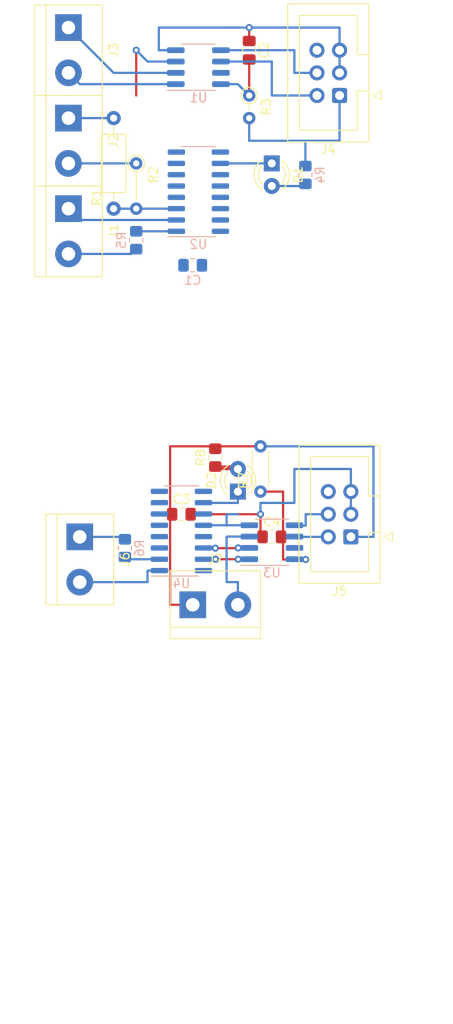
<source format=kicad_pcb>
(kicad_pcb (version 20171130) (host pcbnew "(5.1.9)-1")

  (general
    (thickness 1.6)
    (drawings 84)
    (tracks 124)
    (zones 0)
    (modules 25)
    (nets 48)
  )

  (page A4)
  (layers
    (0 F.Cu signal)
    (31 B.Cu signal)
    (32 B.Adhes user)
    (33 F.Adhes user)
    (34 B.Paste user)
    (35 F.Paste user)
    (36 B.SilkS user)
    (37 F.SilkS user)
    (38 B.Mask user)
    (39 F.Mask user)
    (40 Dwgs.User user)
    (41 Cmts.User user)
    (42 Eco1.User user)
    (43 Eco2.User user)
    (44 Edge.Cuts user)
    (45 Margin user)
    (46 B.CrtYd user)
    (47 F.CrtYd user)
    (48 B.Fab user)
    (49 F.Fab user)
  )

  (setup
    (last_trace_width 0.25)
    (trace_clearance 0.2)
    (zone_clearance 0.508)
    (zone_45_only no)
    (trace_min 0.2)
    (via_size 0.8)
    (via_drill 0.4)
    (via_min_size 0.4)
    (via_min_drill 0.3)
    (uvia_size 0.3)
    (uvia_drill 0.1)
    (uvias_allowed no)
    (uvia_min_size 0.2)
    (uvia_min_drill 0.1)
    (edge_width 0.05)
    (segment_width 0.2)
    (pcb_text_width 0.3)
    (pcb_text_size 1.5 1.5)
    (mod_edge_width 0.12)
    (mod_text_size 1 1)
    (mod_text_width 0.15)
    (pad_size 1.524 1.524)
    (pad_drill 0.762)
    (pad_to_mask_clearance 0)
    (aux_axis_origin 0 0)
    (visible_elements 7FFFFF9F)
    (pcbplotparams
      (layerselection 0x010fc_ffffffff)
      (usegerberextensions false)
      (usegerberattributes true)
      (usegerberadvancedattributes true)
      (creategerberjobfile true)
      (excludeedgelayer true)
      (linewidth 0.100000)
      (plotframeref false)
      (viasonmask false)
      (mode 1)
      (useauxorigin false)
      (hpglpennumber 1)
      (hpglpenspeed 20)
      (hpglpendiameter 15.000000)
      (psnegative false)
      (psa4output false)
      (plotreference true)
      (plotvalue true)
      (plotinvisibletext false)
      (padsonsilk false)
      (subtractmaskfromsilk false)
      (outputformat 1)
      (mirror false)
      (drillshape 1)
      (scaleselection 1)
      (outputdirectory ""))
  )

  (net 0 "")
  (net 1 "Net-(U2-Pad16)")
  (net 2 "Net-(U2-Pad14)")
  (net 3 "Net-(U2-Pad11)")
  (net 4 "Net-(U2-Pad9)")
  (net 5 "Net-(U2-Pad8)")
  (net 6 "Net-(U2-Pad7)")
  (net 7 "Net-(U2-Pad6)")
  (net 8 "Net-(U1-Pad7)")
  (net 9 "Net-(U1-Pad3)")
  (net 10 GNDD)
  (net 11 "Net-(U2-Pad15)")
  (net 12 "Net-(C1-Pad1)")
  (net 13 "Net-(C2-Pad2)")
  (net 14 "Net-(D1-Pad2)")
  (net 15 "Net-(D1-Pad1)")
  (net 16 "Net-(J1-Pad2)")
  (net 17 "Net-(J1-Pad1)")
  (net 18 +5V)
  (net 19 "Net-(J3-Pad2)")
  (net 20 "Net-(J3-Pad1)")
  (net 21 "Net-(R1-Pad1)")
  (net 22 "Net-(J4-Pad6)")
  (net 23 "Net-(J4-Pad4)")
  (net 24 "Net-(J4-Pad2)")
  (net 25 "Net-(R5-Pad1)")
  (net 26 "Net-(C4-Pad2)")
  (net 27 "Net-(D2-Pad2)")
  (net 28 "Net-(D2-Pad1)")
  (net 29 "Net-(J5-Pad6)")
  (net 30 "Net-(J5-Pad4)")
  (net 31 "Net-(J5-Pad2)")
  (net 32 "Net-(J6-Pad2)")
  (net 33 "Net-(J6-Pad1)")
  (net 34 "Net-(R6-Pad1)")
  (net 35 "Net-(U3-Pad7)")
  (net 36 "Net-(U3-Pad2)")
  (net 37 "Net-(U3-Pad1)")
  (net 38 "Net-(U4-Pad16)")
  (net 39 "Net-(U4-Pad11)")
  (net 40 "Net-(U4-Pad9)")
  (net 41 "Net-(U4-Pad8)")
  (net 42 "Net-(U4-Pad7)")
  (net 43 "Net-(U4-Pad6)")
  (net 44 "Net-(U4-Pad4)")
  (net 45 "Net-(U4-Pad3)")
  (net 46 "Net-(J7-Pad2)")
  (net 47 "Net-(U4-Pad13)")

  (net_class Default "This is the default net class."
    (clearance 0.2)
    (trace_width 0.25)
    (via_dia 0.8)
    (via_drill 0.4)
    (uvia_dia 0.3)
    (uvia_drill 0.1)
    (add_net +5V)
    (add_net GNDD)
    (add_net "Net-(C1-Pad1)")
    (add_net "Net-(C2-Pad2)")
    (add_net "Net-(C4-Pad2)")
    (add_net "Net-(D1-Pad1)")
    (add_net "Net-(D1-Pad2)")
    (add_net "Net-(D2-Pad1)")
    (add_net "Net-(D2-Pad2)")
    (add_net "Net-(J1-Pad1)")
    (add_net "Net-(J1-Pad2)")
    (add_net "Net-(J3-Pad1)")
    (add_net "Net-(J3-Pad2)")
    (add_net "Net-(J4-Pad2)")
    (add_net "Net-(J4-Pad4)")
    (add_net "Net-(J4-Pad6)")
    (add_net "Net-(J5-Pad2)")
    (add_net "Net-(J5-Pad4)")
    (add_net "Net-(J5-Pad6)")
    (add_net "Net-(J6-Pad1)")
    (add_net "Net-(J6-Pad2)")
    (add_net "Net-(J7-Pad2)")
    (add_net "Net-(R1-Pad1)")
    (add_net "Net-(R5-Pad1)")
    (add_net "Net-(R6-Pad1)")
    (add_net "Net-(U1-Pad3)")
    (add_net "Net-(U1-Pad7)")
    (add_net "Net-(U2-Pad11)")
    (add_net "Net-(U2-Pad14)")
    (add_net "Net-(U2-Pad15)")
    (add_net "Net-(U2-Pad16)")
    (add_net "Net-(U2-Pad6)")
    (add_net "Net-(U2-Pad7)")
    (add_net "Net-(U2-Pad8)")
    (add_net "Net-(U2-Pad9)")
    (add_net "Net-(U3-Pad1)")
    (add_net "Net-(U3-Pad2)")
    (add_net "Net-(U3-Pad7)")
    (add_net "Net-(U4-Pad11)")
    (add_net "Net-(U4-Pad13)")
    (add_net "Net-(U4-Pad16)")
    (add_net "Net-(U4-Pad3)")
    (add_net "Net-(U4-Pad4)")
    (add_net "Net-(U4-Pad6)")
    (add_net "Net-(U4-Pad7)")
    (add_net "Net-(U4-Pad8)")
    (add_net "Net-(U4-Pad9)")
  )

  (module Resistor_THT:R_Axial_DIN0204_L3.6mm_D1.6mm_P5.08mm_Horizontal (layer F.Cu) (tedit 5AE5139B) (tstamp 604A9D5C)
    (at 181.61 92.71 90)
    (descr "Resistor, Axial_DIN0204 series, Axial, Horizontal, pin pitch=5.08mm, 0.167W, length*diameter=3.6*1.6mm^2, http://cdn-reichelt.de/documents/datenblatt/B400/1_4W%23YAG.pdf")
    (tags "Resistor Axial_DIN0204 series Axial Horizontal pin pitch 5.08mm 0.167W length 3.6mm diameter 1.6mm")
    (path /6060DE8B)
    (fp_text reference R7 (at 1.27 -1.92 90) (layer F.SilkS)
      (effects (font (size 1 1) (thickness 0.15)))
    )
    (fp_text value 150 (at 1.27 1.92 90) (layer F.Fab)
      (effects (font (size 1 1) (thickness 0.15)))
    )
    (fp_text user %R (at 1.27 -1.92 90) (layer F.Fab)
      (effects (font (size 1 1) (thickness 0.15)))
    )
    (fp_line (start 0.74 -0.8) (end 0.74 0.8) (layer F.Fab) (width 0.1))
    (fp_line (start 0.74 0.8) (end 4.34 0.8) (layer F.Fab) (width 0.1))
    (fp_line (start 4.34 0.8) (end 4.34 -0.8) (layer F.Fab) (width 0.1))
    (fp_line (start 4.34 -0.8) (end 0.74 -0.8) (layer F.Fab) (width 0.1))
    (fp_line (start 0 0) (end 0.74 0) (layer F.Fab) (width 0.1))
    (fp_line (start 5.08 0) (end 4.34 0) (layer F.Fab) (width 0.1))
    (fp_line (start 0.62 -0.92) (end 4.46 -0.92) (layer F.SilkS) (width 0.12))
    (fp_line (start 0.62 0.92) (end 4.46 0.92) (layer F.SilkS) (width 0.12))
    (fp_line (start -0.95 -1.05) (end -0.95 1.05) (layer F.CrtYd) (width 0.05))
    (fp_line (start -0.95 1.05) (end 6.03 1.05) (layer F.CrtYd) (width 0.05))
    (fp_line (start 6.03 1.05) (end 6.03 -1.05) (layer F.CrtYd) (width 0.05))
    (fp_line (start 6.03 -1.05) (end -0.95 -1.05) (layer F.CrtYd) (width 0.05))
    (pad 2 thru_hole oval (at 5.08 0 90) (size 1.4 1.4) (drill 0.7) (layers *.Cu *.Mask)
      (net 18 +5V))
    (pad 1 thru_hole circle (at 0 0 90) (size 1.4 1.4) (drill 0.7) (layers *.Cu *.Mask)
      (net 26 "Net-(C4-Pad2)"))
    (model ${KISYS3DMOD}/Resistor_THT.3dshapes/R_Axial_DIN0204_L3.6mm_D1.6mm_P5.08mm_Horizontal.wrl
      (at (xyz 0 0 0))
      (scale (xyz 1 1 1))
      (rotate (xyz 0 0 0))
    )
  )

  (module Package_SO:SOIC-16_3.9x9.9mm_P1.27mm (layer B.Cu) (tedit 5D9F72B1) (tstamp 604A9E1D)
    (at 172.723977 97.128336)
    (descr "SOIC, 16 Pin (JEDEC MS-012AC, https://www.analog.com/media/en/package-pcb-resources/package/pkg_pdf/soic_narrow-r/r_16.pdf), generated with kicad-footprint-generator ipc_gullwing_generator.py")
    (tags "SOIC SO")
    (path /6060DE6A)
    (attr smd)
    (fp_text reference U4 (at 0 5.9) (layer B.SilkS)
      (effects (font (size 1 1) (thickness 0.15)) (justify mirror))
    )
    (fp_text value PFS173-S16 (at 0 -5.9) (layer B.Fab)
      (effects (font (size 1 1) (thickness 0.15)) (justify mirror))
    )
    (fp_text user %R (at 0 0) (layer B.Fab)
      (effects (font (size 0.98 0.98) (thickness 0.15)) (justify mirror))
    )
    (fp_line (start 0 -5.06) (end 1.95 -5.06) (layer B.SilkS) (width 0.12))
    (fp_line (start 0 -5.06) (end -1.95 -5.06) (layer B.SilkS) (width 0.12))
    (fp_line (start 0 5.06) (end 1.95 5.06) (layer B.SilkS) (width 0.12))
    (fp_line (start 0 5.06) (end -3.45 5.06) (layer B.SilkS) (width 0.12))
    (fp_line (start -0.975 4.95) (end 1.95 4.95) (layer B.Fab) (width 0.1))
    (fp_line (start 1.95 4.95) (end 1.95 -4.95) (layer B.Fab) (width 0.1))
    (fp_line (start 1.95 -4.95) (end -1.95 -4.95) (layer B.Fab) (width 0.1))
    (fp_line (start -1.95 -4.95) (end -1.95 3.975) (layer B.Fab) (width 0.1))
    (fp_line (start -1.95 3.975) (end -0.975 4.95) (layer B.Fab) (width 0.1))
    (fp_line (start -3.7 5.2) (end -3.7 -5.2) (layer B.CrtYd) (width 0.05))
    (fp_line (start -3.7 -5.2) (end 3.7 -5.2) (layer B.CrtYd) (width 0.05))
    (fp_line (start 3.7 -5.2) (end 3.7 5.2) (layer B.CrtYd) (width 0.05))
    (fp_line (start 3.7 5.2) (end -3.7 5.2) (layer B.CrtYd) (width 0.05))
    (pad 16 smd roundrect (at 2.475 4.445) (size 1.95 0.6) (layers B.Cu B.Paste B.Mask) (roundrect_rratio 0.25)
      (net 38 "Net-(U4-Pad16)"))
    (pad 15 smd roundrect (at 2.475 3.175) (size 1.95 0.6) (layers B.Cu B.Paste B.Mask) (roundrect_rratio 0.25)
      (net 37 "Net-(U3-Pad1)"))
    (pad 14 smd roundrect (at 2.475 1.905) (size 1.95 0.6) (layers B.Cu B.Paste B.Mask) (roundrect_rratio 0.25)
      (net 36 "Net-(U3-Pad2)"))
    (pad 13 smd roundrect (at 2.475 0.635) (size 1.95 0.6) (layers B.Cu B.Paste B.Mask) (roundrect_rratio 0.25)
      (net 47 "Net-(U4-Pad13)"))
    (pad 12 smd roundrect (at 2.475 -0.635) (size 1.95 0.6) (layers B.Cu B.Paste B.Mask) (roundrect_rratio 0.25)
      (net 10 GNDD))
    (pad 11 smd roundrect (at 2.475 -1.905) (size 1.95 0.6) (layers B.Cu B.Paste B.Mask) (roundrect_rratio 0.25)
      (net 39 "Net-(U4-Pad11)"))
    (pad 10 smd roundrect (at 2.475 -3.175) (size 1.95 0.6) (layers B.Cu B.Paste B.Mask) (roundrect_rratio 0.25)
      (net 28 "Net-(D2-Pad1)"))
    (pad 9 smd roundrect (at 2.475 -4.445) (size 1.95 0.6) (layers B.Cu B.Paste B.Mask) (roundrect_rratio 0.25)
      (net 40 "Net-(U4-Pad9)"))
    (pad 8 smd roundrect (at -2.475 -4.445) (size 1.95 0.6) (layers B.Cu B.Paste B.Mask) (roundrect_rratio 0.25)
      (net 41 "Net-(U4-Pad8)"))
    (pad 7 smd roundrect (at -2.475 -3.175) (size 1.95 0.6) (layers B.Cu B.Paste B.Mask) (roundrect_rratio 0.25)
      (net 42 "Net-(U4-Pad7)"))
    (pad 6 smd roundrect (at -2.475 -1.905) (size 1.95 0.6) (layers B.Cu B.Paste B.Mask) (roundrect_rratio 0.25)
      (net 43 "Net-(U4-Pad6)"))
    (pad 5 smd roundrect (at -2.475 -0.635) (size 1.95 0.6) (layers B.Cu B.Paste B.Mask) (roundrect_rratio 0.25)
      (net 18 +5V))
    (pad 4 smd roundrect (at -2.475 0.635) (size 1.95 0.6) (layers B.Cu B.Paste B.Mask) (roundrect_rratio 0.25)
      (net 44 "Net-(U4-Pad4)"))
    (pad 3 smd roundrect (at -2.475 1.905) (size 1.95 0.6) (layers B.Cu B.Paste B.Mask) (roundrect_rratio 0.25)
      (net 45 "Net-(U4-Pad3)"))
    (pad 2 smd roundrect (at -2.475 3.175) (size 1.95 0.6) (layers B.Cu B.Paste B.Mask) (roundrect_rratio 0.25)
      (net 34 "Net-(R6-Pad1)"))
    (pad 1 smd roundrect (at -2.475 4.445) (size 1.95 0.6) (layers B.Cu B.Paste B.Mask) (roundrect_rratio 0.25)
      (net 32 "Net-(J6-Pad2)"))
    (model ${KISYS3DMOD}/Package_SO.3dshapes/SOIC-16_3.9x9.9mm_P1.27mm.wrl
      (at (xyz 0 0 0))
      (scale (xyz 1 1 1))
      (rotate (xyz 0 0 0))
    )
  )

  (module Package_SO:SOP-8_3.76x4.96mm_P1.27mm (layer B.Cu) (tedit 5D9F72B1) (tstamp 604AAE30)
    (at 182.89509 98.393005)
    (descr "SOP, 8 Pin (https://ww2.minicircuits.com/case_style/XX211.pdf), generated with kicad-footprint-generator ipc_gullwing_generator.py")
    (tags "SOP SO")
    (path /6060DE64)
    (attr smd)
    (fp_text reference U3 (at 0 3.43) (layer B.SilkS)
      (effects (font (size 1 1) (thickness 0.15)) (justify mirror))
    )
    (fp_text value WS2811 (at 0 -3.43) (layer B.Fab)
      (effects (font (size 1 1) (thickness 0.15)) (justify mirror))
    )
    (fp_text user %R (at 0 0) (layer B.Fab)
      (effects (font (size 0.94 0.94) (thickness 0.14)) (justify mirror))
    )
    (fp_line (start 0 -2.59) (end 1.88 -2.59) (layer B.SilkS) (width 0.12))
    (fp_line (start 0 -2.59) (end -1.88 -2.59) (layer B.SilkS) (width 0.12))
    (fp_line (start 0 2.59) (end 1.88 2.59) (layer B.SilkS) (width 0.12))
    (fp_line (start 0 2.59) (end -3.525 2.59) (layer B.SilkS) (width 0.12))
    (fp_line (start -0.94 2.48) (end 1.88 2.48) (layer B.Fab) (width 0.1))
    (fp_line (start 1.88 2.48) (end 1.88 -2.48) (layer B.Fab) (width 0.1))
    (fp_line (start 1.88 -2.48) (end -1.88 -2.48) (layer B.Fab) (width 0.1))
    (fp_line (start -1.88 -2.48) (end -1.88 1.54) (layer B.Fab) (width 0.1))
    (fp_line (start -1.88 1.54) (end -0.94 2.48) (layer B.Fab) (width 0.1))
    (fp_line (start -3.78 2.73) (end -3.78 -2.73) (layer B.CrtYd) (width 0.05))
    (fp_line (start -3.78 -2.73) (end 3.78 -2.73) (layer B.CrtYd) (width 0.05))
    (fp_line (start 3.78 -2.73) (end 3.78 2.73) (layer B.CrtYd) (width 0.05))
    (fp_line (start 3.78 2.73) (end -3.78 2.73) (layer B.CrtYd) (width 0.05))
    (pad 8 smd roundrect (at 2.5375 1.905) (size 1.975 0.65) (layers B.Cu B.Paste B.Mask) (roundrect_rratio 0.25)
      (net 26 "Net-(C4-Pad2)"))
    (pad 7 smd roundrect (at 2.5375 0.635) (size 1.975 0.65) (layers B.Cu B.Paste B.Mask) (roundrect_rratio 0.25)
      (net 35 "Net-(U3-Pad7)"))
    (pad 6 smd roundrect (at 2.5375 -0.635) (size 1.975 0.65) (layers B.Cu B.Paste B.Mask) (roundrect_rratio 0.25)
      (net 31 "Net-(J5-Pad2)"))
    (pad 5 smd roundrect (at 2.5375 -1.905) (size 1.975 0.65) (layers B.Cu B.Paste B.Mask) (roundrect_rratio 0.25)
      (net 30 "Net-(J5-Pad4)"))
    (pad 4 smd roundrect (at -2.5375 -1.905) (size 1.975 0.65) (layers B.Cu B.Paste B.Mask) (roundrect_rratio 0.25)
      (net 10 GNDD))
    (pad 3 smd roundrect (at -2.5375 -0.635) (size 1.975 0.65) (layers B.Cu B.Paste B.Mask) (roundrect_rratio 0.25)
      (net 46 "Net-(J7-Pad2)"))
    (pad 2 smd roundrect (at -2.5375 0.635) (size 1.975 0.65) (layers B.Cu B.Paste B.Mask) (roundrect_rratio 0.25)
      (net 36 "Net-(U3-Pad2)"))
    (pad 1 smd roundrect (at -2.5375 1.905) (size 1.975 0.65) (layers B.Cu B.Paste B.Mask) (roundrect_rratio 0.25)
      (net 37 "Net-(U3-Pad1)"))
    (model ${KISYS3DMOD}/Package_SO.3dshapes/SOP-8_3.76x4.96mm_P1.27mm.wrl
      (at (xyz 0 0 0))
      (scale (xyz 1 1 1))
      (rotate (xyz 0 0 0))
    )
  )

  (module Resistor_SMD:R_0805_2012Metric_Pad1.20x1.40mm_HandSolder (layer F.Cu) (tedit 5F68FEEE) (tstamp 604A9D6D)
    (at 176.53 88.9 90)
    (descr "Resistor SMD 0805 (2012 Metric), square (rectangular) end terminal, IPC_7351 nominal with elongated pad for handsoldering. (Body size source: IPC-SM-782 page 72, https://www.pcb-3d.com/wordpress/wp-content/uploads/ipc-sm-782a_amendment_1_and_2.pdf), generated with kicad-footprint-generator")
    (tags "resistor handsolder")
    (path /6060DEB0)
    (attr smd)
    (fp_text reference R8 (at 0 -1.65 90) (layer F.SilkS)
      (effects (font (size 1 1) (thickness 0.15)))
    )
    (fp_text value 1k (at 0 1.65 90) (layer F.Fab)
      (effects (font (size 1 1) (thickness 0.15)))
    )
    (fp_text user %R (at 0 0 90) (layer F.Fab)
      (effects (font (size 0.5 0.5) (thickness 0.08)))
    )
    (fp_line (start -1 0.625) (end -1 -0.625) (layer F.Fab) (width 0.1))
    (fp_line (start -1 -0.625) (end 1 -0.625) (layer F.Fab) (width 0.1))
    (fp_line (start 1 -0.625) (end 1 0.625) (layer F.Fab) (width 0.1))
    (fp_line (start 1 0.625) (end -1 0.625) (layer F.Fab) (width 0.1))
    (fp_line (start -0.227064 -0.735) (end 0.227064 -0.735) (layer F.SilkS) (width 0.12))
    (fp_line (start -0.227064 0.735) (end 0.227064 0.735) (layer F.SilkS) (width 0.12))
    (fp_line (start -1.85 0.95) (end -1.85 -0.95) (layer F.CrtYd) (width 0.05))
    (fp_line (start -1.85 -0.95) (end 1.85 -0.95) (layer F.CrtYd) (width 0.05))
    (fp_line (start 1.85 -0.95) (end 1.85 0.95) (layer F.CrtYd) (width 0.05))
    (fp_line (start 1.85 0.95) (end -1.85 0.95) (layer F.CrtYd) (width 0.05))
    (pad 2 smd roundrect (at 1 0 90) (size 1.2 1.4) (layers F.Cu F.Paste F.Mask) (roundrect_rratio 0.208333)
      (net 18 +5V))
    (pad 1 smd roundrect (at -1 0 90) (size 1.2 1.4) (layers F.Cu F.Paste F.Mask) (roundrect_rratio 0.208333)
      (net 27 "Net-(D2-Pad2)"))
    (model ${KISYS3DMOD}/Resistor_SMD.3dshapes/R_0805_2012Metric.wrl
      (at (xyz 0 0 0))
      (scale (xyz 1 1 1))
      (rotate (xyz 0 0 0))
    )
  )

  (module Resistor_SMD:R_0805_2012Metric_Pad1.20x1.40mm_HandSolder (layer B.Cu) (tedit 5F68FEEE) (tstamp 604A9D4D)
    (at 166.37 99.06 90)
    (descr "Resistor SMD 0805 (2012 Metric), square (rectangular) end terminal, IPC_7351 nominal with elongated pad for handsoldering. (Body size source: IPC-SM-782 page 72, https://www.pcb-3d.com/wordpress/wp-content/uploads/ipc-sm-782a_amendment_1_and_2.pdf), generated with kicad-footprint-generator")
    (tags "resistor handsolder")
    (path /6060DEFE)
    (attr smd)
    (fp_text reference R6 (at 0 1.65 270) (layer B.SilkS)
      (effects (font (size 1 1) (thickness 0.15)) (justify mirror))
    )
    (fp_text value 680 (at 0 -1.65 270) (layer B.Fab)
      (effects (font (size 1 1) (thickness 0.15)) (justify mirror))
    )
    (fp_text user %R (at 0 0 270) (layer B.Fab)
      (effects (font (size 0.5 0.5) (thickness 0.08)) (justify mirror))
    )
    (fp_line (start -1 -0.625) (end -1 0.625) (layer B.Fab) (width 0.1))
    (fp_line (start -1 0.625) (end 1 0.625) (layer B.Fab) (width 0.1))
    (fp_line (start 1 0.625) (end 1 -0.625) (layer B.Fab) (width 0.1))
    (fp_line (start 1 -0.625) (end -1 -0.625) (layer B.Fab) (width 0.1))
    (fp_line (start -0.227064 0.735) (end 0.227064 0.735) (layer B.SilkS) (width 0.12))
    (fp_line (start -0.227064 -0.735) (end 0.227064 -0.735) (layer B.SilkS) (width 0.12))
    (fp_line (start -1.85 -0.95) (end -1.85 0.95) (layer B.CrtYd) (width 0.05))
    (fp_line (start -1.85 0.95) (end 1.85 0.95) (layer B.CrtYd) (width 0.05))
    (fp_line (start 1.85 0.95) (end 1.85 -0.95) (layer B.CrtYd) (width 0.05))
    (fp_line (start 1.85 -0.95) (end -1.85 -0.95) (layer B.CrtYd) (width 0.05))
    (pad 2 smd roundrect (at 1 0 90) (size 1.2 1.4) (layers B.Cu B.Paste B.Mask) (roundrect_rratio 0.208333)
      (net 33 "Net-(J6-Pad1)"))
    (pad 1 smd roundrect (at -1 0 90) (size 1.2 1.4) (layers B.Cu B.Paste B.Mask) (roundrect_rratio 0.208333)
      (net 34 "Net-(R6-Pad1)"))
    (model ${KISYS3DMOD}/Resistor_SMD.3dshapes/R_0805_2012Metric.wrl
      (at (xyz 0 0 0))
      (scale (xyz 1 1 1))
      (rotate (xyz 0 0 0))
    )
  )

  (module TerminalBlock:TerminalBlock_bornier-2_P5.08mm (layer F.Cu) (tedit 59FF03AB) (tstamp 604A9C98)
    (at 173.99 105.41)
    (descr "simple 2-pin terminal block, pitch 5.08mm, revamped version of bornier2")
    (tags "terminal block bornier2")
    (path /6060DEBE)
    (fp_text reference J7 (at 2.54 -5.08) (layer F.SilkS)
      (effects (font (size 1 1) (thickness 0.15)))
    )
    (fp_text value Conn_01x02 (at 2.54 5.08) (layer F.Fab)
      (effects (font (size 1 1) (thickness 0.15)))
    )
    (fp_text user %R (at 2.54 0) (layer F.Fab)
      (effects (font (size 1 1) (thickness 0.15)))
    )
    (fp_line (start -2.41 2.55) (end 7.49 2.55) (layer F.Fab) (width 0.1))
    (fp_line (start -2.46 -3.75) (end -2.46 3.75) (layer F.Fab) (width 0.1))
    (fp_line (start -2.46 3.75) (end 7.54 3.75) (layer F.Fab) (width 0.1))
    (fp_line (start 7.54 3.75) (end 7.54 -3.75) (layer F.Fab) (width 0.1))
    (fp_line (start 7.54 -3.75) (end -2.46 -3.75) (layer F.Fab) (width 0.1))
    (fp_line (start 7.62 2.54) (end -2.54 2.54) (layer F.SilkS) (width 0.12))
    (fp_line (start 7.62 3.81) (end 7.62 -3.81) (layer F.SilkS) (width 0.12))
    (fp_line (start 7.62 -3.81) (end -2.54 -3.81) (layer F.SilkS) (width 0.12))
    (fp_line (start -2.54 -3.81) (end -2.54 3.81) (layer F.SilkS) (width 0.12))
    (fp_line (start -2.54 3.81) (end 7.62 3.81) (layer F.SilkS) (width 0.12))
    (fp_line (start -2.71 -4) (end 7.79 -4) (layer F.CrtYd) (width 0.05))
    (fp_line (start -2.71 -4) (end -2.71 4) (layer F.CrtYd) (width 0.05))
    (fp_line (start 7.79 4) (end 7.79 -4) (layer F.CrtYd) (width 0.05))
    (fp_line (start 7.79 4) (end -2.71 4) (layer F.CrtYd) (width 0.05))
    (pad 2 thru_hole circle (at 5.08 0) (size 3 3) (drill 1.52) (layers *.Cu *.Mask)
      (net 46 "Net-(J7-Pad2)"))
    (pad 1 thru_hole rect (at 0 0) (size 3 3) (drill 1.52) (layers *.Cu *.Mask)
      (net 18 +5V))
    (model ${KISYS3DMOD}/TerminalBlock.3dshapes/TerminalBlock_bornier-2_P5.08mm.wrl
      (offset (xyz 2.539999961853027 0 0))
      (scale (xyz 1 1 1))
      (rotate (xyz 0 0 0))
    )
  )

  (module TerminalBlock:TerminalBlock_bornier-2_P5.08mm (layer F.Cu) (tedit 59FF03AB) (tstamp 604AB453)
    (at 161.29 97.79 270)
    (descr "simple 2-pin terminal block, pitch 5.08mm, revamped version of bornier2")
    (tags "terminal block bornier2")
    (path /6060DE7E)
    (fp_text reference J6 (at 2.54 -5.08 90) (layer F.SilkS)
      (effects (font (size 1 1) (thickness 0.15)))
    )
    (fp_text value Conn_01x02 (at 2.54 5.08 90) (layer F.Fab)
      (effects (font (size 1 1) (thickness 0.15)))
    )
    (fp_text user %R (at 2.54 0 90) (layer F.Fab)
      (effects (font (size 1 1) (thickness 0.15)))
    )
    (fp_line (start -2.41 2.55) (end 7.49 2.55) (layer F.Fab) (width 0.1))
    (fp_line (start -2.46 -3.75) (end -2.46 3.75) (layer F.Fab) (width 0.1))
    (fp_line (start -2.46 3.75) (end 7.54 3.75) (layer F.Fab) (width 0.1))
    (fp_line (start 7.54 3.75) (end 7.54 -3.75) (layer F.Fab) (width 0.1))
    (fp_line (start 7.54 -3.75) (end -2.46 -3.75) (layer F.Fab) (width 0.1))
    (fp_line (start 7.62 2.54) (end -2.54 2.54) (layer F.SilkS) (width 0.12))
    (fp_line (start 7.62 3.81) (end 7.62 -3.81) (layer F.SilkS) (width 0.12))
    (fp_line (start 7.62 -3.81) (end -2.54 -3.81) (layer F.SilkS) (width 0.12))
    (fp_line (start -2.54 -3.81) (end -2.54 3.81) (layer F.SilkS) (width 0.12))
    (fp_line (start -2.54 3.81) (end 7.62 3.81) (layer F.SilkS) (width 0.12))
    (fp_line (start -2.71 -4) (end 7.79 -4) (layer F.CrtYd) (width 0.05))
    (fp_line (start -2.71 -4) (end -2.71 4) (layer F.CrtYd) (width 0.05))
    (fp_line (start 7.79 4) (end 7.79 -4) (layer F.CrtYd) (width 0.05))
    (fp_line (start 7.79 4) (end -2.71 4) (layer F.CrtYd) (width 0.05))
    (pad 2 thru_hole circle (at 5.08 0 270) (size 3 3) (drill 1.52) (layers *.Cu *.Mask)
      (net 32 "Net-(J6-Pad2)"))
    (pad 1 thru_hole rect (at 0 0 270) (size 3 3) (drill 1.52) (layers *.Cu *.Mask)
      (net 33 "Net-(J6-Pad1)"))
    (model ${KISYS3DMOD}/TerminalBlock.3dshapes/TerminalBlock_bornier-2_P5.08mm.wrl
      (offset (xyz 2.539999961853027 0 0))
      (scale (xyz 1 1 1))
      (rotate (xyz 0 0 0))
    )
  )

  (module Connector_IDC:IDC-Header_2x03_P2.54mm_Vertical (layer F.Cu) (tedit 5EAC9A07) (tstamp 604A9C6E)
    (at 191.77 97.79 180)
    (descr "Through hole IDC box header, 2x03, 2.54mm pitch, DIN 41651 / IEC 60603-13, double rows, https://docs.google.com/spreadsheets/d/16SsEcesNF15N3Lb4niX7dcUr-NY5_MFPQhobNuNppn4/edit#gid=0")
    (tags "Through hole vertical IDC box header THT 2x03 2.54mm double row")
    (path /6060DEED)
    (fp_text reference J5 (at 1.27 -6.1) (layer F.SilkS)
      (effects (font (size 1 1) (thickness 0.15)))
    )
    (fp_text value Conn_02x03_Odd_Even (at 1.27 11.18) (layer F.Fab)
      (effects (font (size 1 1) (thickness 0.15)))
    )
    (fp_text user %R (at 1.27 2.54 90) (layer F.Fab)
      (effects (font (size 1 1) (thickness 0.15)))
    )
    (fp_line (start -3.18 -4.1) (end -2.18 -5.1) (layer F.Fab) (width 0.1))
    (fp_line (start -2.18 -5.1) (end 5.72 -5.1) (layer F.Fab) (width 0.1))
    (fp_line (start 5.72 -5.1) (end 5.72 10.18) (layer F.Fab) (width 0.1))
    (fp_line (start 5.72 10.18) (end -3.18 10.18) (layer F.Fab) (width 0.1))
    (fp_line (start -3.18 10.18) (end -3.18 -4.1) (layer F.Fab) (width 0.1))
    (fp_line (start -3.18 0.49) (end -1.98 0.49) (layer F.Fab) (width 0.1))
    (fp_line (start -1.98 0.49) (end -1.98 -3.91) (layer F.Fab) (width 0.1))
    (fp_line (start -1.98 -3.91) (end 4.52 -3.91) (layer F.Fab) (width 0.1))
    (fp_line (start 4.52 -3.91) (end 4.52 8.99) (layer F.Fab) (width 0.1))
    (fp_line (start 4.52 8.99) (end -1.98 8.99) (layer F.Fab) (width 0.1))
    (fp_line (start -1.98 8.99) (end -1.98 4.59) (layer F.Fab) (width 0.1))
    (fp_line (start -1.98 4.59) (end -1.98 4.59) (layer F.Fab) (width 0.1))
    (fp_line (start -1.98 4.59) (end -3.18 4.59) (layer F.Fab) (width 0.1))
    (fp_line (start -3.29 -5.21) (end 5.83 -5.21) (layer F.SilkS) (width 0.12))
    (fp_line (start 5.83 -5.21) (end 5.83 10.29) (layer F.SilkS) (width 0.12))
    (fp_line (start 5.83 10.29) (end -3.29 10.29) (layer F.SilkS) (width 0.12))
    (fp_line (start -3.29 10.29) (end -3.29 -5.21) (layer F.SilkS) (width 0.12))
    (fp_line (start -3.29 0.49) (end -1.98 0.49) (layer F.SilkS) (width 0.12))
    (fp_line (start -1.98 0.49) (end -1.98 -3.91) (layer F.SilkS) (width 0.12))
    (fp_line (start -1.98 -3.91) (end 4.52 -3.91) (layer F.SilkS) (width 0.12))
    (fp_line (start 4.52 -3.91) (end 4.52 8.99) (layer F.SilkS) (width 0.12))
    (fp_line (start 4.52 8.99) (end -1.98 8.99) (layer F.SilkS) (width 0.12))
    (fp_line (start -1.98 8.99) (end -1.98 4.59) (layer F.SilkS) (width 0.12))
    (fp_line (start -1.98 4.59) (end -1.98 4.59) (layer F.SilkS) (width 0.12))
    (fp_line (start -1.98 4.59) (end -3.29 4.59) (layer F.SilkS) (width 0.12))
    (fp_line (start -3.68 0) (end -4.68 -0.5) (layer F.SilkS) (width 0.12))
    (fp_line (start -4.68 -0.5) (end -4.68 0.5) (layer F.SilkS) (width 0.12))
    (fp_line (start -4.68 0.5) (end -3.68 0) (layer F.SilkS) (width 0.12))
    (fp_line (start -3.68 -5.6) (end -3.68 10.69) (layer F.CrtYd) (width 0.05))
    (fp_line (start -3.68 10.69) (end 6.22 10.69) (layer F.CrtYd) (width 0.05))
    (fp_line (start 6.22 10.69) (end 6.22 -5.6) (layer F.CrtYd) (width 0.05))
    (fp_line (start 6.22 -5.6) (end -3.68 -5.6) (layer F.CrtYd) (width 0.05))
    (pad 6 thru_hole circle (at 2.54 5.08 180) (size 1.7 1.7) (drill 1) (layers *.Cu *.Mask)
      (net 29 "Net-(J5-Pad6)"))
    (pad 4 thru_hole circle (at 2.54 2.54 180) (size 1.7 1.7) (drill 1) (layers *.Cu *.Mask)
      (net 30 "Net-(J5-Pad4)"))
    (pad 2 thru_hole circle (at 2.54 0 180) (size 1.7 1.7) (drill 1) (layers *.Cu *.Mask)
      (net 31 "Net-(J5-Pad2)"))
    (pad 5 thru_hole circle (at 0 5.08 180) (size 1.7 1.7) (drill 1) (layers *.Cu *.Mask)
      (net 10 GNDD))
    (pad 3 thru_hole circle (at 0 2.54 180) (size 1.7 1.7) (drill 1) (layers *.Cu *.Mask)
      (net 10 GNDD))
    (pad 1 thru_hole roundrect (at 0 0 180) (size 1.7 1.7) (drill 1) (layers *.Cu *.Mask) (roundrect_rratio 0.147059)
      (net 18 +5V))
    (model ${KISYS3DMOD}/Connector_IDC.3dshapes/IDC-Header_2x03_P2.54mm_Vertical.wrl
      (at (xyz 0 0 0))
      (scale (xyz 1 1 1))
      (rotate (xyz 0 0 0))
    )
  )

  (module LED_THT:LED_D3.0mm (layer F.Cu) (tedit 587A3A7B) (tstamp 604AB697)
    (at 179.07 92.71 90)
    (descr "LED, diameter 3.0mm, 2 pins")
    (tags "LED diameter 3.0mm 2 pins")
    (path /6060DEA8)
    (fp_text reference D2 (at 1.27 -2.96 90) (layer F.SilkS)
      (effects (font (size 1 1) (thickness 0.15)))
    )
    (fp_text value LED (at 1.27 2.96 90) (layer F.Fab)
      (effects (font (size 1 1) (thickness 0.15)))
    )
    (fp_arc (start 1.27 0) (end 0.229039 1.08) (angle -87.9) (layer F.SilkS) (width 0.12))
    (fp_arc (start 1.27 0) (end 0.229039 -1.08) (angle 87.9) (layer F.SilkS) (width 0.12))
    (fp_arc (start 1.27 0) (end -0.29 1.235516) (angle -108.8) (layer F.SilkS) (width 0.12))
    (fp_arc (start 1.27 0) (end -0.29 -1.235516) (angle 108.8) (layer F.SilkS) (width 0.12))
    (fp_arc (start 1.27 0) (end -0.23 -1.16619) (angle 284.3) (layer F.Fab) (width 0.1))
    (fp_circle (center 1.27 0) (end 2.77 0) (layer F.Fab) (width 0.1))
    (fp_line (start -0.23 -1.16619) (end -0.23 1.16619) (layer F.Fab) (width 0.1))
    (fp_line (start -0.29 -1.236) (end -0.29 -1.08) (layer F.SilkS) (width 0.12))
    (fp_line (start -0.29 1.08) (end -0.29 1.236) (layer F.SilkS) (width 0.12))
    (fp_line (start -1.15 -2.25) (end -1.15 2.25) (layer F.CrtYd) (width 0.05))
    (fp_line (start -1.15 2.25) (end 3.7 2.25) (layer F.CrtYd) (width 0.05))
    (fp_line (start 3.7 2.25) (end 3.7 -2.25) (layer F.CrtYd) (width 0.05))
    (fp_line (start 3.7 -2.25) (end -1.15 -2.25) (layer F.CrtYd) (width 0.05))
    (pad 2 thru_hole circle (at 2.54 0 90) (size 1.8 1.8) (drill 0.9) (layers *.Cu *.Mask)
      (net 27 "Net-(D2-Pad2)"))
    (pad 1 thru_hole rect (at 0 0 90) (size 1.8 1.8) (drill 0.9) (layers *.Cu *.Mask)
      (net 28 "Net-(D2-Pad1)"))
    (model ${KISYS3DMOD}/LED_THT.3dshapes/LED_D3.0mm.wrl
      (at (xyz 0 0 0))
      (scale (xyz 1 1 1))
      (rotate (xyz 0 0 0))
    )
  )

  (module Capacitor_SMD:C_0805_2012Metric_Pad1.18x1.45mm_HandSolder (layer F.Cu) (tedit 5F68FEEF) (tstamp 604A9B40)
    (at 182.88 97.79)
    (descr "Capacitor SMD 0805 (2012 Metric), square (rectangular) end terminal, IPC_7351 nominal with elongated pad for handsoldering. (Body size source: IPC-SM-782 page 76, https://www.pcb-3d.com/wordpress/wp-content/uploads/ipc-sm-782a_amendment_1_and_2.pdf, https://docs.google.com/spreadsheets/d/1BsfQQcO9C6DZCsRaXUlFlo91Tg2WpOkGARC1WS5S8t0/edit?usp=sharing), generated with kicad-footprint-generator")
    (tags "capacitor handsolder")
    (path /6060DE93)
    (attr smd)
    (fp_text reference C4 (at 0 -1.68) (layer F.SilkS)
      (effects (font (size 1 1) (thickness 0.15)))
    )
    (fp_text value 100n (at 0 1.68) (layer F.Fab)
      (effects (font (size 1 1) (thickness 0.15)))
    )
    (fp_text user %R (at 0 0) (layer F.Fab)
      (effects (font (size 0.5 0.5) (thickness 0.08)))
    )
    (fp_line (start -1 0.625) (end -1 -0.625) (layer F.Fab) (width 0.1))
    (fp_line (start -1 -0.625) (end 1 -0.625) (layer F.Fab) (width 0.1))
    (fp_line (start 1 -0.625) (end 1 0.625) (layer F.Fab) (width 0.1))
    (fp_line (start 1 0.625) (end -1 0.625) (layer F.Fab) (width 0.1))
    (fp_line (start -0.261252 -0.735) (end 0.261252 -0.735) (layer F.SilkS) (width 0.12))
    (fp_line (start -0.261252 0.735) (end 0.261252 0.735) (layer F.SilkS) (width 0.12))
    (fp_line (start -1.88 0.98) (end -1.88 -0.98) (layer F.CrtYd) (width 0.05))
    (fp_line (start -1.88 -0.98) (end 1.88 -0.98) (layer F.CrtYd) (width 0.05))
    (fp_line (start 1.88 -0.98) (end 1.88 0.98) (layer F.CrtYd) (width 0.05))
    (fp_line (start 1.88 0.98) (end -1.88 0.98) (layer F.CrtYd) (width 0.05))
    (pad 2 smd roundrect (at 1.0375 0) (size 1.175 1.45) (layers F.Cu F.Paste F.Mask) (roundrect_rratio 0.212766)
      (net 26 "Net-(C4-Pad2)"))
    (pad 1 smd roundrect (at -1.0375 0) (size 1.175 1.45) (layers F.Cu F.Paste F.Mask) (roundrect_rratio 0.212766)
      (net 10 GNDD))
    (model ${KISYS3DMOD}/Capacitor_SMD.3dshapes/C_0805_2012Metric.wrl
      (at (xyz 0 0 0))
      (scale (xyz 1 1 1))
      (rotate (xyz 0 0 0))
    )
  )

  (module Capacitor_SMD:C_0805_2012Metric_Pad1.18x1.45mm_HandSolder (layer F.Cu) (tedit 5F68FEEF) (tstamp 604A9B2F)
    (at 172.72 95.25)
    (descr "Capacitor SMD 0805 (2012 Metric), square (rectangular) end terminal, IPC_7351 nominal with elongated pad for handsoldering. (Body size source: IPC-SM-782 page 76, https://www.pcb-3d.com/wordpress/wp-content/uploads/ipc-sm-782a_amendment_1_and_2.pdf, https://docs.google.com/spreadsheets/d/1BsfQQcO9C6DZCsRaXUlFlo91Tg2WpOkGARC1WS5S8t0/edit?usp=sharing), generated with kicad-footprint-generator")
    (tags "capacitor handsolder")
    (path /6060DEDC)
    (attr smd)
    (fp_text reference C3 (at 0 -1.68) (layer F.SilkS)
      (effects (font (size 1 1) (thickness 0.15)))
    )
    (fp_text value 100n (at 0 1.68) (layer F.Fab)
      (effects (font (size 1 1) (thickness 0.15)))
    )
    (fp_text user %R (at 0 0) (layer F.Fab)
      (effects (font (size 0.5 0.5) (thickness 0.08)))
    )
    (fp_line (start -1 0.625) (end -1 -0.625) (layer F.Fab) (width 0.1))
    (fp_line (start -1 -0.625) (end 1 -0.625) (layer F.Fab) (width 0.1))
    (fp_line (start 1 -0.625) (end 1 0.625) (layer F.Fab) (width 0.1))
    (fp_line (start 1 0.625) (end -1 0.625) (layer F.Fab) (width 0.1))
    (fp_line (start -0.261252 -0.735) (end 0.261252 -0.735) (layer F.SilkS) (width 0.12))
    (fp_line (start -0.261252 0.735) (end 0.261252 0.735) (layer F.SilkS) (width 0.12))
    (fp_line (start -1.88 0.98) (end -1.88 -0.98) (layer F.CrtYd) (width 0.05))
    (fp_line (start -1.88 -0.98) (end 1.88 -0.98) (layer F.CrtYd) (width 0.05))
    (fp_line (start 1.88 -0.98) (end 1.88 0.98) (layer F.CrtYd) (width 0.05))
    (fp_line (start 1.88 0.98) (end -1.88 0.98) (layer F.CrtYd) (width 0.05))
    (pad 2 smd roundrect (at 1.0375 0) (size 1.175 1.45) (layers F.Cu F.Paste F.Mask) (roundrect_rratio 0.212766)
      (net 10 GNDD))
    (pad 1 smd roundrect (at -1.0375 0) (size 1.175 1.45) (layers F.Cu F.Paste F.Mask) (roundrect_rratio 0.212766)
      (net 18 +5V))
    (model ${KISYS3DMOD}/Capacitor_SMD.3dshapes/C_0805_2012Metric.wrl
      (at (xyz 0 0 0))
      (scale (xyz 1 1 1))
      (rotate (xyz 0 0 0))
    )
  )

  (module TerminalBlock:TerminalBlock_bornier-2_P5.08mm (layer F.Cu) (tedit 59FF03AB) (tstamp 60482383)
    (at 160.02 40.64 270)
    (descr "simple 2-pin terminal block, pitch 5.08mm, revamped version of bornier2")
    (tags "terminal block bornier2")
    (path /6047F559)
    (fp_text reference J3 (at 2.54 -5.08 90) (layer F.SilkS)
      (effects (font (size 1 1) (thickness 0.15)))
    )
    (fp_text value Conn_01x02 (at 2.54 5.08 90) (layer F.Fab)
      (effects (font (size 1 1) (thickness 0.15)))
    )
    (fp_line (start 7.79 4) (end -2.71 4) (layer F.CrtYd) (width 0.05))
    (fp_line (start 7.79 4) (end 7.79 -4) (layer F.CrtYd) (width 0.05))
    (fp_line (start -2.71 -4) (end -2.71 4) (layer F.CrtYd) (width 0.05))
    (fp_line (start -2.71 -4) (end 7.79 -4) (layer F.CrtYd) (width 0.05))
    (fp_line (start -2.54 3.81) (end 7.62 3.81) (layer F.SilkS) (width 0.12))
    (fp_line (start -2.54 -3.81) (end -2.54 3.81) (layer F.SilkS) (width 0.12))
    (fp_line (start 7.62 -3.81) (end -2.54 -3.81) (layer F.SilkS) (width 0.12))
    (fp_line (start 7.62 3.81) (end 7.62 -3.81) (layer F.SilkS) (width 0.12))
    (fp_line (start 7.62 2.54) (end -2.54 2.54) (layer F.SilkS) (width 0.12))
    (fp_line (start 7.54 -3.75) (end -2.46 -3.75) (layer F.Fab) (width 0.1))
    (fp_line (start 7.54 3.75) (end 7.54 -3.75) (layer F.Fab) (width 0.1))
    (fp_line (start -2.46 3.75) (end 7.54 3.75) (layer F.Fab) (width 0.1))
    (fp_line (start -2.46 -3.75) (end -2.46 3.75) (layer F.Fab) (width 0.1))
    (fp_line (start -2.41 2.55) (end 7.49 2.55) (layer F.Fab) (width 0.1))
    (fp_text user %R (at 2.54 0 90) (layer F.Fab)
      (effects (font (size 1 1) (thickness 0.15)))
    )
    (pad 2 thru_hole circle (at 5.08 0 270) (size 3 3) (drill 1.52) (layers *.Cu *.Mask)
      (net 19 "Net-(J3-Pad2)"))
    (pad 1 thru_hole rect (at 0 0 270) (size 3 3) (drill 1.52) (layers *.Cu *.Mask)
      (net 20 "Net-(J3-Pad1)"))
    (model ${KISYS3DMOD}/TerminalBlock.3dshapes/TerminalBlock_bornier-2_P5.08mm.wrl
      (offset (xyz 2.539999961853027 0 0))
      (scale (xyz 1 1 1))
      (rotate (xyz 0 0 0))
    )
  )

  (module Resistor_THT:R_Axial_DIN0207_L6.3mm_D2.5mm_P10.16mm_Horizontal (layer F.Cu) (tedit 5AE5139B) (tstamp 604864AF)
    (at 165.1 60.96 90)
    (descr "Resistor, Axial_DIN0207 series, Axial, Horizontal, pin pitch=10.16mm, 0.25W = 1/4W, length*diameter=6.3*2.5mm^2, http://cdn-reichelt.de/documents/datenblatt/B400/1_4W%23YAG.pdf")
    (tags "Resistor Axial_DIN0207 series Axial Horizontal pin pitch 10.16mm 0.25W = 1/4W length 6.3mm diameter 2.5mm")
    (path /6048F115)
    (fp_text reference R1 (at 1.27 -1.92 90) (layer F.SilkS)
      (effects (font (size 1 1) (thickness 0.15)))
    )
    (fp_text value 150k (at 1.27 1.92 90) (layer F.Fab)
      (effects (font (size 1 1) (thickness 0.15)))
    )
    (fp_line (start 11.21 -1.5) (end -1.05 -1.5) (layer F.CrtYd) (width 0.05))
    (fp_line (start 11.21 1.5) (end 11.21 -1.5) (layer F.CrtYd) (width 0.05))
    (fp_line (start -1.05 1.5) (end 11.21 1.5) (layer F.CrtYd) (width 0.05))
    (fp_line (start -1.05 -1.5) (end -1.05 1.5) (layer F.CrtYd) (width 0.05))
    (fp_line (start 9.12 0) (end 8.35 0) (layer F.SilkS) (width 0.12))
    (fp_line (start 1.04 0) (end 1.81 0) (layer F.SilkS) (width 0.12))
    (fp_line (start 8.35 -1.37) (end 1.81 -1.37) (layer F.SilkS) (width 0.12))
    (fp_line (start 8.35 1.37) (end 8.35 -1.37) (layer F.SilkS) (width 0.12))
    (fp_line (start 1.81 1.37) (end 8.35 1.37) (layer F.SilkS) (width 0.12))
    (fp_line (start 1.81 -1.37) (end 1.81 1.37) (layer F.SilkS) (width 0.12))
    (fp_line (start 10.16 0) (end 8.23 0) (layer F.Fab) (width 0.1))
    (fp_line (start 0 0) (end 1.93 0) (layer F.Fab) (width 0.1))
    (fp_line (start 8.23 -1.25) (end 1.93 -1.25) (layer F.Fab) (width 0.1))
    (fp_line (start 8.23 1.25) (end 8.23 -1.25) (layer F.Fab) (width 0.1))
    (fp_line (start 1.93 1.25) (end 8.23 1.25) (layer F.Fab) (width 0.1))
    (fp_line (start 1.93 -1.25) (end 1.93 1.25) (layer F.Fab) (width 0.1))
    (fp_text user %R (at 1.27 -1.92 90) (layer F.Fab)
      (effects (font (size 1 1) (thickness 0.15)))
    )
    (pad 2 thru_hole oval (at 10.16 0 90) (size 1.6 1.6) (drill 0.8) (layers *.Cu *.Mask)
      (net 18 +5V))
    (pad 1 thru_hole circle (at 0 0 90) (size 1.6 1.6) (drill 0.8) (layers *.Cu *.Mask)
      (net 21 "Net-(R1-Pad1)"))
    (model ${KISYS3DMOD}/Resistor_THT.3dshapes/R_Axial_DIN0207_L6.3mm_D2.5mm_P10.16mm_Horizontal.wrl
      (at (xyz 0 0 0))
      (scale (xyz 1 1 1))
      (rotate (xyz 0 0 0))
    )
  )

  (module Resistor_THT:R_Axial_DIN0204_L3.6mm_D1.6mm_P5.08mm_Vertical (layer F.Cu) (tedit 5AE5139B) (tstamp 6048644F)
    (at 167.64 55.88 270)
    (descr "Resistor, Axial_DIN0204 series, Axial, Vertical, pin pitch=5.08mm, 0.167W, length*diameter=3.6*1.6mm^2, http://cdn-reichelt.de/documents/datenblatt/B400/1_4W%23YAG.pdf")
    (tags "Resistor Axial_DIN0204 series Axial Vertical pin pitch 5.08mm 0.167W length 3.6mm diameter 1.6mm")
    (path /6048FAC1)
    (fp_text reference R2 (at 1.27 -1.92 90) (layer F.SilkS)
      (effects (font (size 1 1) (thickness 0.15)))
    )
    (fp_text value 22k (at 1.27 1.92 90) (layer F.Fab)
      (effects (font (size 1 1) (thickness 0.15)))
    )
    (fp_line (start 6.03 -1.05) (end -1.05 -1.05) (layer F.CrtYd) (width 0.05))
    (fp_line (start 6.03 1.05) (end 6.03 -1.05) (layer F.CrtYd) (width 0.05))
    (fp_line (start -1.05 1.05) (end 6.03 1.05) (layer F.CrtYd) (width 0.05))
    (fp_line (start -1.05 -1.05) (end -1.05 1.05) (layer F.CrtYd) (width 0.05))
    (fp_line (start 0.92 0) (end 4.08 0) (layer F.SilkS) (width 0.12))
    (fp_line (start 0 0) (end 5.08 0) (layer F.Fab) (width 0.1))
    (fp_circle (center 0 0) (end 0.92 0) (layer F.SilkS) (width 0.12))
    (fp_circle (center 0 0) (end 0.8 0) (layer F.Fab) (width 0.1))
    (fp_text user %R (at 1.27 -1.92 90) (layer F.Fab)
      (effects (font (size 1 1) (thickness 0.15)))
    )
    (pad 2 thru_hole oval (at 5.08 0 270) (size 1.4 1.4) (drill 0.7) (layers *.Cu *.Mask)
      (net 21 "Net-(R1-Pad1)"))
    (pad 1 thru_hole circle (at 0 0 270) (size 1.4 1.4) (drill 0.7) (layers *.Cu *.Mask)
      (net 10 GNDD))
    (model ${KISYS3DMOD}/Resistor_THT.3dshapes/R_Axial_DIN0204_L3.6mm_D1.6mm_P5.08mm_Vertical.wrl
      (at (xyz 0 0 0))
      (scale (xyz 1 1 1))
      (rotate (xyz 0 0 0))
    )
  )

  (module Resistor_SMD:R_0805_2012Metric_Pad1.20x1.40mm_HandSolder (layer B.Cu) (tedit 5F68FEEE) (tstamp 60485682)
    (at 167.64 64.5 270)
    (descr "Resistor SMD 0805 (2012 Metric), square (rectangular) end terminal, IPC_7351 nominal with elongated pad for handsoldering. (Body size source: IPC-SM-782 page 72, https://www.pcb-3d.com/wordpress/wp-content/uploads/ipc-sm-782a_amendment_1_and_2.pdf), generated with kicad-footprint-generator")
    (tags "resistor handsolder")
    (path /604B36AB)
    (attr smd)
    (fp_text reference R5 (at 0 1.65 90) (layer B.SilkS)
      (effects (font (size 1 1) (thickness 0.15)) (justify mirror))
    )
    (fp_text value 680 (at 0 -1.65 90) (layer B.Fab)
      (effects (font (size 1 1) (thickness 0.15)) (justify mirror))
    )
    (fp_line (start 1.85 -0.95) (end -1.85 -0.95) (layer B.CrtYd) (width 0.05))
    (fp_line (start 1.85 0.95) (end 1.85 -0.95) (layer B.CrtYd) (width 0.05))
    (fp_line (start -1.85 0.95) (end 1.85 0.95) (layer B.CrtYd) (width 0.05))
    (fp_line (start -1.85 -0.95) (end -1.85 0.95) (layer B.CrtYd) (width 0.05))
    (fp_line (start -0.227064 -0.735) (end 0.227064 -0.735) (layer B.SilkS) (width 0.12))
    (fp_line (start -0.227064 0.735) (end 0.227064 0.735) (layer B.SilkS) (width 0.12))
    (fp_line (start 1 -0.625) (end -1 -0.625) (layer B.Fab) (width 0.1))
    (fp_line (start 1 0.625) (end 1 -0.625) (layer B.Fab) (width 0.1))
    (fp_line (start -1 0.625) (end 1 0.625) (layer B.Fab) (width 0.1))
    (fp_line (start -1 -0.625) (end -1 0.625) (layer B.Fab) (width 0.1))
    (fp_text user %R (at 0 0 90) (layer B.Fab)
      (effects (font (size 0.5 0.5) (thickness 0.08)) (justify mirror))
    )
    (pad 2 smd roundrect (at 1 0 270) (size 1.2 1.4) (layers B.Cu B.Paste B.Mask) (roundrect_rratio 0.208333)
      (net 16 "Net-(J1-Pad2)"))
    (pad 1 smd roundrect (at -1 0 270) (size 1.2 1.4) (layers B.Cu B.Paste B.Mask) (roundrect_rratio 0.208333)
      (net 25 "Net-(R5-Pad1)"))
    (model ${KISYS3DMOD}/Resistor_SMD.3dshapes/R_0805_2012Metric.wrl
      (at (xyz 0 0 0))
      (scale (xyz 1 1 1))
      (rotate (xyz 0 0 0))
    )
  )

  (module Package_SO:SOP-8_3.76x4.96mm_P1.27mm (layer B.Cu) (tedit 5D9F72B1) (tstamp 60486A54)
    (at 174.625 45.085)
    (descr "SOP, 8 Pin (https://ww2.minicircuits.com/case_style/XX211.pdf), generated with kicad-footprint-generator ipc_gullwing_generator.py")
    (tags "SOP SO")
    (path /60412EE6)
    (attr smd)
    (fp_text reference U1 (at 0 3.43) (layer B.SilkS)
      (effects (font (size 1 1) (thickness 0.15)) (justify mirror))
    )
    (fp_text value WS2811 (at 0 -3.43) (layer B.Fab)
      (effects (font (size 1 1) (thickness 0.15)) (justify mirror))
    )
    (fp_line (start 3.78 2.73) (end -3.78 2.73) (layer B.CrtYd) (width 0.05))
    (fp_line (start 3.78 -2.73) (end 3.78 2.73) (layer B.CrtYd) (width 0.05))
    (fp_line (start -3.78 -2.73) (end 3.78 -2.73) (layer B.CrtYd) (width 0.05))
    (fp_line (start -3.78 2.73) (end -3.78 -2.73) (layer B.CrtYd) (width 0.05))
    (fp_line (start -1.88 1.54) (end -0.94 2.48) (layer B.Fab) (width 0.1))
    (fp_line (start -1.88 -2.48) (end -1.88 1.54) (layer B.Fab) (width 0.1))
    (fp_line (start 1.88 -2.48) (end -1.88 -2.48) (layer B.Fab) (width 0.1))
    (fp_line (start 1.88 2.48) (end 1.88 -2.48) (layer B.Fab) (width 0.1))
    (fp_line (start -0.94 2.48) (end 1.88 2.48) (layer B.Fab) (width 0.1))
    (fp_line (start 0 2.59) (end -3.525 2.59) (layer B.SilkS) (width 0.12))
    (fp_line (start 0 2.59) (end 1.88 2.59) (layer B.SilkS) (width 0.12))
    (fp_line (start 0 -2.59) (end -1.88 -2.59) (layer B.SilkS) (width 0.12))
    (fp_line (start 0 -2.59) (end 1.88 -2.59) (layer B.SilkS) (width 0.12))
    (fp_text user %R (at 0 0) (layer B.Fab)
      (effects (font (size 0.94 0.94) (thickness 0.14)) (justify mirror))
    )
    (pad 8 smd roundrect (at 2.5375 1.905) (size 1.975 0.65) (layers B.Cu B.Paste B.Mask) (roundrect_rratio 0.25)
      (net 13 "Net-(C2-Pad2)"))
    (pad 7 smd roundrect (at 2.5375 0.635) (size 1.975 0.65) (layers B.Cu B.Paste B.Mask) (roundrect_rratio 0.25)
      (net 8 "Net-(U1-Pad7)"))
    (pad 6 smd roundrect (at 2.5375 -0.635) (size 1.975 0.65) (layers B.Cu B.Paste B.Mask) (roundrect_rratio 0.25)
      (net 24 "Net-(J4-Pad2)"))
    (pad 5 smd roundrect (at 2.5375 -1.905) (size 1.975 0.65) (layers B.Cu B.Paste B.Mask) (roundrect_rratio 0.25)
      (net 23 "Net-(J4-Pad4)"))
    (pad 4 smd roundrect (at -2.5375 -1.905) (size 1.975 0.65) (layers B.Cu B.Paste B.Mask) (roundrect_rratio 0.25)
      (net 10 GNDD))
    (pad 3 smd roundrect (at -2.5375 -0.635) (size 1.975 0.65) (layers B.Cu B.Paste B.Mask) (roundrect_rratio 0.25)
      (net 9 "Net-(U1-Pad3)"))
    (pad 2 smd roundrect (at -2.5375 0.635) (size 1.975 0.65) (layers B.Cu B.Paste B.Mask) (roundrect_rratio 0.25)
      (net 20 "Net-(J3-Pad1)"))
    (pad 1 smd roundrect (at -2.5375 1.905) (size 1.975 0.65) (layers B.Cu B.Paste B.Mask) (roundrect_rratio 0.25)
      (net 19 "Net-(J3-Pad2)"))
    (model ${KISYS3DMOD}/Package_SO.3dshapes/SOP-8_3.76x4.96mm_P1.27mm.wrl
      (at (xyz 0 0 0))
      (scale (xyz 1 1 1))
      (rotate (xyz 0 0 0))
    )
  )

  (module Resistor_SMD:R_0805_2012Metric_Pad1.20x1.40mm_HandSolder (layer B.Cu) (tedit 5F68FEEE) (tstamp 604823C1)
    (at 186.660198 57.17736 90)
    (descr "Resistor SMD 0805 (2012 Metric), square (rectangular) end terminal, IPC_7351 nominal with elongated pad for handsoldering. (Body size source: IPC-SM-782 page 72, https://www.pcb-3d.com/wordpress/wp-content/uploads/ipc-sm-782a_amendment_1_and_2.pdf), generated with kicad-footprint-generator")
    (tags "resistor handsolder")
    (path /6048A65B)
    (attr smd)
    (fp_text reference R4 (at 0 1.65 90) (layer B.SilkS)
      (effects (font (size 1 1) (thickness 0.15)) (justify mirror))
    )
    (fp_text value 1k (at 0 -1.65 90) (layer B.Fab)
      (effects (font (size 1 1) (thickness 0.15)) (justify mirror))
    )
    (fp_line (start 1.85 -0.95) (end -1.85 -0.95) (layer B.CrtYd) (width 0.05))
    (fp_line (start 1.85 0.95) (end 1.85 -0.95) (layer B.CrtYd) (width 0.05))
    (fp_line (start -1.85 0.95) (end 1.85 0.95) (layer B.CrtYd) (width 0.05))
    (fp_line (start -1.85 -0.95) (end -1.85 0.95) (layer B.CrtYd) (width 0.05))
    (fp_line (start -0.227064 -0.735) (end 0.227064 -0.735) (layer B.SilkS) (width 0.12))
    (fp_line (start -0.227064 0.735) (end 0.227064 0.735) (layer B.SilkS) (width 0.12))
    (fp_line (start 1 -0.625) (end -1 -0.625) (layer B.Fab) (width 0.1))
    (fp_line (start 1 0.625) (end 1 -0.625) (layer B.Fab) (width 0.1))
    (fp_line (start -1 0.625) (end 1 0.625) (layer B.Fab) (width 0.1))
    (fp_line (start -1 -0.625) (end -1 0.625) (layer B.Fab) (width 0.1))
    (fp_text user %R (at 0 0 90) (layer B.Fab)
      (effects (font (size 0.5 0.5) (thickness 0.08)) (justify mirror))
    )
    (pad 2 smd roundrect (at 1 0 90) (size 1.2 1.4) (layers B.Cu B.Paste B.Mask) (roundrect_rratio 0.208333)
      (net 18 +5V))
    (pad 1 smd roundrect (at -1 0 90) (size 1.2 1.4) (layers B.Cu B.Paste B.Mask) (roundrect_rratio 0.208333)
      (net 14 "Net-(D1-Pad2)"))
    (model ${KISYS3DMOD}/Resistor_SMD.3dshapes/R_0805_2012Metric.wrl
      (at (xyz 0 0 0))
      (scale (xyz 1 1 1))
      (rotate (xyz 0 0 0))
    )
  )

  (module Connector_IDC:IDC-Header_2x03_P2.54mm_Vertical (layer F.Cu) (tedit 5EAC9A07) (tstamp 60486BB8)
    (at 190.5 48.26 180)
    (descr "Through hole IDC box header, 2x03, 2.54mm pitch, DIN 41651 / IEC 60603-13, double rows, https://docs.google.com/spreadsheets/d/16SsEcesNF15N3Lb4niX7dcUr-NY5_MFPQhobNuNppn4/edit#gid=0")
    (tags "Through hole vertical IDC box header THT 2x03 2.54mm double row")
    (path /604A20E7)
    (fp_text reference J4 (at 1.27 -6.1) (layer F.SilkS)
      (effects (font (size 1 1) (thickness 0.15)))
    )
    (fp_text value Conn_02x03_Odd_Even (at 1.27 11.18) (layer F.Fab)
      (effects (font (size 1 1) (thickness 0.15)))
    )
    (fp_line (start 6.22 -5.6) (end -3.68 -5.6) (layer F.CrtYd) (width 0.05))
    (fp_line (start 6.22 10.69) (end 6.22 -5.6) (layer F.CrtYd) (width 0.05))
    (fp_line (start -3.68 10.69) (end 6.22 10.69) (layer F.CrtYd) (width 0.05))
    (fp_line (start -3.68 -5.6) (end -3.68 10.69) (layer F.CrtYd) (width 0.05))
    (fp_line (start -4.68 0.5) (end -3.68 0) (layer F.SilkS) (width 0.12))
    (fp_line (start -4.68 -0.5) (end -4.68 0.5) (layer F.SilkS) (width 0.12))
    (fp_line (start -3.68 0) (end -4.68 -0.5) (layer F.SilkS) (width 0.12))
    (fp_line (start -1.98 4.59) (end -3.29 4.59) (layer F.SilkS) (width 0.12))
    (fp_line (start -1.98 4.59) (end -1.98 4.59) (layer F.SilkS) (width 0.12))
    (fp_line (start -1.98 8.99) (end -1.98 4.59) (layer F.SilkS) (width 0.12))
    (fp_line (start 4.52 8.99) (end -1.98 8.99) (layer F.SilkS) (width 0.12))
    (fp_line (start 4.52 -3.91) (end 4.52 8.99) (layer F.SilkS) (width 0.12))
    (fp_line (start -1.98 -3.91) (end 4.52 -3.91) (layer F.SilkS) (width 0.12))
    (fp_line (start -1.98 0.49) (end -1.98 -3.91) (layer F.SilkS) (width 0.12))
    (fp_line (start -3.29 0.49) (end -1.98 0.49) (layer F.SilkS) (width 0.12))
    (fp_line (start -3.29 10.29) (end -3.29 -5.21) (layer F.SilkS) (width 0.12))
    (fp_line (start 5.83 10.29) (end -3.29 10.29) (layer F.SilkS) (width 0.12))
    (fp_line (start 5.83 -5.21) (end 5.83 10.29) (layer F.SilkS) (width 0.12))
    (fp_line (start -3.29 -5.21) (end 5.83 -5.21) (layer F.SilkS) (width 0.12))
    (fp_line (start -1.98 4.59) (end -3.18 4.59) (layer F.Fab) (width 0.1))
    (fp_line (start -1.98 4.59) (end -1.98 4.59) (layer F.Fab) (width 0.1))
    (fp_line (start -1.98 8.99) (end -1.98 4.59) (layer F.Fab) (width 0.1))
    (fp_line (start 4.52 8.99) (end -1.98 8.99) (layer F.Fab) (width 0.1))
    (fp_line (start 4.52 -3.91) (end 4.52 8.99) (layer F.Fab) (width 0.1))
    (fp_line (start -1.98 -3.91) (end 4.52 -3.91) (layer F.Fab) (width 0.1))
    (fp_line (start -1.98 0.49) (end -1.98 -3.91) (layer F.Fab) (width 0.1))
    (fp_line (start -3.18 0.49) (end -1.98 0.49) (layer F.Fab) (width 0.1))
    (fp_line (start -3.18 10.18) (end -3.18 -4.1) (layer F.Fab) (width 0.1))
    (fp_line (start 5.72 10.18) (end -3.18 10.18) (layer F.Fab) (width 0.1))
    (fp_line (start 5.72 -5.1) (end 5.72 10.18) (layer F.Fab) (width 0.1))
    (fp_line (start -2.18 -5.1) (end 5.72 -5.1) (layer F.Fab) (width 0.1))
    (fp_line (start -3.18 -4.1) (end -2.18 -5.1) (layer F.Fab) (width 0.1))
    (fp_text user %R (at 1.27 2.54 90) (layer F.Fab)
      (effects (font (size 1 1) (thickness 0.15)))
    )
    (pad 6 thru_hole circle (at 2.54 5.08 180) (size 1.7 1.7) (drill 1) (layers *.Cu *.Mask)
      (net 22 "Net-(J4-Pad6)"))
    (pad 4 thru_hole circle (at 2.54 2.54 180) (size 1.7 1.7) (drill 1) (layers *.Cu *.Mask)
      (net 23 "Net-(J4-Pad4)"))
    (pad 2 thru_hole circle (at 2.54 0 180) (size 1.7 1.7) (drill 1) (layers *.Cu *.Mask)
      (net 24 "Net-(J4-Pad2)"))
    (pad 5 thru_hole circle (at 0 5.08 180) (size 1.7 1.7) (drill 1) (layers *.Cu *.Mask)
      (net 10 GNDD))
    (pad 3 thru_hole circle (at 0 2.54 180) (size 1.7 1.7) (drill 1) (layers *.Cu *.Mask)
      (net 10 GNDD))
    (pad 1 thru_hole roundrect (at 0 0 180) (size 1.7 1.7) (drill 1) (layers *.Cu *.Mask) (roundrect_rratio 0.147059)
      (net 18 +5V))
    (model ${KISYS3DMOD}/Connector_IDC.3dshapes/IDC-Header_2x03_P2.54mm_Vertical.wrl
      (at (xyz 0 0 0))
      (scale (xyz 1 1 1))
      (rotate (xyz 0 0 0))
    )
  )

  (module Resistor_THT:R_Axial_DIN0204_L3.6mm_D1.6mm_P2.54mm_Vertical (layer F.Cu) (tedit 5AE5139B) (tstamp 604823B0)
    (at 180.34 48.26 270)
    (descr "Resistor, Axial_DIN0204 series, Axial, Vertical, pin pitch=2.54mm, 0.167W, length*diameter=3.6*1.6mm^2, http://cdn-reichelt.de/documents/datenblatt/B400/1_4W%23YAG.pdf")
    (tags "Resistor Axial_DIN0204 series Axial Vertical pin pitch 2.54mm 0.167W length 3.6mm diameter 1.6mm")
    (path /60482DF7)
    (fp_text reference R3 (at 1.27 -1.92 90) (layer F.SilkS)
      (effects (font (size 1 1) (thickness 0.15)))
    )
    (fp_text value 150 (at 1.27 1.92 90) (layer F.Fab)
      (effects (font (size 1 1) (thickness 0.15)))
    )
    (fp_line (start 3.49 -1.05) (end -1.05 -1.05) (layer F.CrtYd) (width 0.05))
    (fp_line (start 3.49 1.05) (end 3.49 -1.05) (layer F.CrtYd) (width 0.05))
    (fp_line (start -1.05 1.05) (end 3.49 1.05) (layer F.CrtYd) (width 0.05))
    (fp_line (start -1.05 -1.05) (end -1.05 1.05) (layer F.CrtYd) (width 0.05))
    (fp_line (start 0.92 0) (end 1.54 0) (layer F.SilkS) (width 0.12))
    (fp_line (start 0 0) (end 2.54 0) (layer F.Fab) (width 0.1))
    (fp_circle (center 0 0) (end 0.92 0) (layer F.SilkS) (width 0.12))
    (fp_circle (center 0 0) (end 0.8 0) (layer F.Fab) (width 0.1))
    (fp_text user %R (at 1.27 -1.92 90) (layer F.Fab)
      (effects (font (size 1 1) (thickness 0.15)))
    )
    (pad 2 thru_hole oval (at 2.54 0 270) (size 1.4 1.4) (drill 0.7) (layers *.Cu *.Mask)
      (net 18 +5V))
    (pad 1 thru_hole circle (at 0 0 270) (size 1.4 1.4) (drill 0.7) (layers *.Cu *.Mask)
      (net 13 "Net-(C2-Pad2)"))
    (model ${KISYS3DMOD}/Resistor_THT.3dshapes/R_Axial_DIN0204_L3.6mm_D1.6mm_P2.54mm_Vertical.wrl
      (at (xyz 0 0 0))
      (scale (xyz 1 1 1))
      (rotate (xyz 0 0 0))
    )
  )

  (module TerminalBlock:TerminalBlock_bornier-2_P5.08mm (layer F.Cu) (tedit 59FF03AB) (tstamp 6048236E)
    (at 160.02 50.8 270)
    (descr "simple 2-pin terminal block, pitch 5.08mm, revamped version of bornier2")
    (tags "terminal block bornier2")
    (path /6048BAF6)
    (fp_text reference J2 (at 2.54 -5.08 90) (layer F.SilkS)
      (effects (font (size 1 1) (thickness 0.15)))
    )
    (fp_text value Conn_01x02 (at 2.54 5.08 90) (layer F.Fab)
      (effects (font (size 1 1) (thickness 0.15)))
    )
    (fp_line (start 7.79 4) (end -2.71 4) (layer F.CrtYd) (width 0.05))
    (fp_line (start 7.79 4) (end 7.79 -4) (layer F.CrtYd) (width 0.05))
    (fp_line (start -2.71 -4) (end -2.71 4) (layer F.CrtYd) (width 0.05))
    (fp_line (start -2.71 -4) (end 7.79 -4) (layer F.CrtYd) (width 0.05))
    (fp_line (start -2.54 3.81) (end 7.62 3.81) (layer F.SilkS) (width 0.12))
    (fp_line (start -2.54 -3.81) (end -2.54 3.81) (layer F.SilkS) (width 0.12))
    (fp_line (start 7.62 -3.81) (end -2.54 -3.81) (layer F.SilkS) (width 0.12))
    (fp_line (start 7.62 3.81) (end 7.62 -3.81) (layer F.SilkS) (width 0.12))
    (fp_line (start 7.62 2.54) (end -2.54 2.54) (layer F.SilkS) (width 0.12))
    (fp_line (start 7.54 -3.75) (end -2.46 -3.75) (layer F.Fab) (width 0.1))
    (fp_line (start 7.54 3.75) (end 7.54 -3.75) (layer F.Fab) (width 0.1))
    (fp_line (start -2.46 3.75) (end 7.54 3.75) (layer F.Fab) (width 0.1))
    (fp_line (start -2.46 -3.75) (end -2.46 3.75) (layer F.Fab) (width 0.1))
    (fp_line (start -2.41 2.55) (end 7.49 2.55) (layer F.Fab) (width 0.1))
    (fp_text user %R (at 2.54 0 90) (layer F.Fab)
      (effects (font (size 1 1) (thickness 0.15)))
    )
    (pad 2 thru_hole circle (at 5.08 0 270) (size 3 3) (drill 1.52) (layers *.Cu *.Mask)
      (net 10 GNDD))
    (pad 1 thru_hole rect (at 0 0 270) (size 3 3) (drill 1.52) (layers *.Cu *.Mask)
      (net 18 +5V))
    (model ${KISYS3DMOD}/TerminalBlock.3dshapes/TerminalBlock_bornier-2_P5.08mm.wrl
      (offset (xyz 2.539999961853027 0 0))
      (scale (xyz 1 1 1))
      (rotate (xyz 0 0 0))
    )
  )

  (module TerminalBlock:TerminalBlock_bornier-2_P5.08mm (layer F.Cu) (tedit 59FF03AB) (tstamp 60483D65)
    (at 160.02 60.96 270)
    (descr "simple 2-pin terminal block, pitch 5.08mm, revamped version of bornier2")
    (tags "terminal block bornier2")
    (path /6047E91B)
    (fp_text reference J1 (at 2.54 -5.08 90) (layer F.SilkS)
      (effects (font (size 1 1) (thickness 0.15)))
    )
    (fp_text value Conn_01x02 (at 2.54 5.08 90) (layer F.Fab)
      (effects (font (size 1 1) (thickness 0.15)))
    )
    (fp_line (start 7.79 4) (end -2.71 4) (layer F.CrtYd) (width 0.05))
    (fp_line (start 7.79 4) (end 7.79 -4) (layer F.CrtYd) (width 0.05))
    (fp_line (start -2.71 -4) (end -2.71 4) (layer F.CrtYd) (width 0.05))
    (fp_line (start -2.71 -4) (end 7.79 -4) (layer F.CrtYd) (width 0.05))
    (fp_line (start -2.54 3.81) (end 7.62 3.81) (layer F.SilkS) (width 0.12))
    (fp_line (start -2.54 -3.81) (end -2.54 3.81) (layer F.SilkS) (width 0.12))
    (fp_line (start 7.62 -3.81) (end -2.54 -3.81) (layer F.SilkS) (width 0.12))
    (fp_line (start 7.62 3.81) (end 7.62 -3.81) (layer F.SilkS) (width 0.12))
    (fp_line (start 7.62 2.54) (end -2.54 2.54) (layer F.SilkS) (width 0.12))
    (fp_line (start 7.54 -3.75) (end -2.46 -3.75) (layer F.Fab) (width 0.1))
    (fp_line (start 7.54 3.75) (end 7.54 -3.75) (layer F.Fab) (width 0.1))
    (fp_line (start -2.46 3.75) (end 7.54 3.75) (layer F.Fab) (width 0.1))
    (fp_line (start -2.46 -3.75) (end -2.46 3.75) (layer F.Fab) (width 0.1))
    (fp_line (start -2.41 2.55) (end 7.49 2.55) (layer F.Fab) (width 0.1))
    (fp_text user %R (at 2.54 0 90) (layer F.Fab)
      (effects (font (size 1 1) (thickness 0.15)))
    )
    (pad 2 thru_hole circle (at 5.08 0 270) (size 3 3) (drill 1.52) (layers *.Cu *.Mask)
      (net 16 "Net-(J1-Pad2)"))
    (pad 1 thru_hole rect (at 0 0 270) (size 3 3) (drill 1.52) (layers *.Cu *.Mask)
      (net 17 "Net-(J1-Pad1)"))
    (model ${KISYS3DMOD}/TerminalBlock.3dshapes/TerminalBlock_bornier-2_P5.08mm.wrl
      (offset (xyz 2.539999961853027 0 0))
      (scale (xyz 1 1 1))
      (rotate (xyz 0 0 0))
    )
  )

  (module LED_THT:LED_D3.0mm (layer F.Cu) (tedit 587A3A7B) (tstamp 60482344)
    (at 182.88 55.88 270)
    (descr "LED, diameter 3.0mm, 2 pins")
    (tags "LED diameter 3.0mm 2 pins")
    (path /6048873F)
    (fp_text reference D1 (at 1.27 -2.96 90) (layer F.SilkS)
      (effects (font (size 1 1) (thickness 0.15)))
    )
    (fp_text value LED (at 1.27 2.96 90) (layer F.Fab)
      (effects (font (size 1 1) (thickness 0.15)))
    )
    (fp_line (start 3.7 -2.25) (end -1.15 -2.25) (layer F.CrtYd) (width 0.05))
    (fp_line (start 3.7 2.25) (end 3.7 -2.25) (layer F.CrtYd) (width 0.05))
    (fp_line (start -1.15 2.25) (end 3.7 2.25) (layer F.CrtYd) (width 0.05))
    (fp_line (start -1.15 -2.25) (end -1.15 2.25) (layer F.CrtYd) (width 0.05))
    (fp_line (start -0.29 1.08) (end -0.29 1.236) (layer F.SilkS) (width 0.12))
    (fp_line (start -0.29 -1.236) (end -0.29 -1.08) (layer F.SilkS) (width 0.12))
    (fp_line (start -0.23 -1.16619) (end -0.23 1.16619) (layer F.Fab) (width 0.1))
    (fp_circle (center 1.27 0) (end 2.77 0) (layer F.Fab) (width 0.1))
    (fp_arc (start 1.27 0) (end 0.229039 1.08) (angle -87.9) (layer F.SilkS) (width 0.12))
    (fp_arc (start 1.27 0) (end 0.229039 -1.08) (angle 87.9) (layer F.SilkS) (width 0.12))
    (fp_arc (start 1.27 0) (end -0.29 1.235516) (angle -108.8) (layer F.SilkS) (width 0.12))
    (fp_arc (start 1.27 0) (end -0.29 -1.235516) (angle 108.8) (layer F.SilkS) (width 0.12))
    (fp_arc (start 1.27 0) (end -0.23 -1.16619) (angle 284.3) (layer F.Fab) (width 0.1))
    (pad 2 thru_hole circle (at 2.54 0 270) (size 1.8 1.8) (drill 0.9) (layers *.Cu *.Mask)
      (net 14 "Net-(D1-Pad2)"))
    (pad 1 thru_hole rect (at 0 0 270) (size 1.8 1.8) (drill 0.9) (layers *.Cu *.Mask)
      (net 15 "Net-(D1-Pad1)"))
    (model ${KISYS3DMOD}/LED_THT.3dshapes/LED_D3.0mm.wrl
      (at (xyz 0 0 0))
      (scale (xyz 1 1 1))
      (rotate (xyz 0 0 0))
    )
  )

  (module Capacitor_SMD:C_0805_2012Metric_Pad1.18x1.45mm_HandSolder (layer F.Cu) (tedit 5F68FEEF) (tstamp 604865D3)
    (at 180.34 43.18 270)
    (descr "Capacitor SMD 0805 (2012 Metric), square (rectangular) end terminal, IPC_7351 nominal with elongated pad for handsoldering. (Body size source: IPC-SM-782 page 76, https://www.pcb-3d.com/wordpress/wp-content/uploads/ipc-sm-782a_amendment_1_and_2.pdf, https://docs.google.com/spreadsheets/d/1BsfQQcO9C6DZCsRaXUlFlo91Tg2WpOkGARC1WS5S8t0/edit?usp=sharing), generated with kicad-footprint-generator")
    (tags "capacitor handsolder")
    (path /604841AE)
    (attr smd)
    (fp_text reference C2 (at 0 -1.68 90) (layer F.SilkS)
      (effects (font (size 1 1) (thickness 0.15)))
    )
    (fp_text value 100n (at 0 1.68 90) (layer F.Fab)
      (effects (font (size 1 1) (thickness 0.15)))
    )
    (fp_line (start 1.88 0.98) (end -1.88 0.98) (layer F.CrtYd) (width 0.05))
    (fp_line (start 1.88 -0.98) (end 1.88 0.98) (layer F.CrtYd) (width 0.05))
    (fp_line (start -1.88 -0.98) (end 1.88 -0.98) (layer F.CrtYd) (width 0.05))
    (fp_line (start -1.88 0.98) (end -1.88 -0.98) (layer F.CrtYd) (width 0.05))
    (fp_line (start -0.261252 0.735) (end 0.261252 0.735) (layer F.SilkS) (width 0.12))
    (fp_line (start -0.261252 -0.735) (end 0.261252 -0.735) (layer F.SilkS) (width 0.12))
    (fp_line (start 1 0.625) (end -1 0.625) (layer F.Fab) (width 0.1))
    (fp_line (start 1 -0.625) (end 1 0.625) (layer F.Fab) (width 0.1))
    (fp_line (start -1 -0.625) (end 1 -0.625) (layer F.Fab) (width 0.1))
    (fp_line (start -1 0.625) (end -1 -0.625) (layer F.Fab) (width 0.1))
    (fp_text user %R (at 0 0 90) (layer F.Fab)
      (effects (font (size 0.5 0.5) (thickness 0.08)))
    )
    (pad 2 smd roundrect (at 1.0375 0 270) (size 1.175 1.45) (layers F.Cu F.Paste F.Mask) (roundrect_rratio 0.212766)
      (net 13 "Net-(C2-Pad2)"))
    (pad 1 smd roundrect (at -1.0375 0 270) (size 1.175 1.45) (layers F.Cu F.Paste F.Mask) (roundrect_rratio 0.212766)
      (net 10 GNDD))
    (model ${KISYS3DMOD}/Capacitor_SMD.3dshapes/C_0805_2012Metric.wrl
      (at (xyz 0 0 0))
      (scale (xyz 1 1 1))
      (rotate (xyz 0 0 0))
    )
  )

  (module Capacitor_SMD:C_0805_2012Metric_Pad1.18x1.45mm_HandSolder (layer B.Cu) (tedit 5F68FEEF) (tstamp 60486614)
    (at 173.99 67.31)
    (descr "Capacitor SMD 0805 (2012 Metric), square (rectangular) end terminal, IPC_7351 nominal with elongated pad for handsoldering. (Body size source: IPC-SM-782 page 76, https://www.pcb-3d.com/wordpress/wp-content/uploads/ipc-sm-782a_amendment_1_and_2.pdf, https://docs.google.com/spreadsheets/d/1BsfQQcO9C6DZCsRaXUlFlo91Tg2WpOkGARC1WS5S8t0/edit?usp=sharing), generated with kicad-footprint-generator")
    (tags "capacitor handsolder")
    (path /604870F9)
    (attr smd)
    (fp_text reference C1 (at 0 1.68) (layer B.SilkS)
      (effects (font (size 1 1) (thickness 0.15)) (justify mirror))
    )
    (fp_text value 100n (at 0 -1.68) (layer B.Fab)
      (effects (font (size 1 1) (thickness 0.15)) (justify mirror))
    )
    (fp_line (start 1.88 -0.98) (end -1.88 -0.98) (layer B.CrtYd) (width 0.05))
    (fp_line (start 1.88 0.98) (end 1.88 -0.98) (layer B.CrtYd) (width 0.05))
    (fp_line (start -1.88 0.98) (end 1.88 0.98) (layer B.CrtYd) (width 0.05))
    (fp_line (start -1.88 -0.98) (end -1.88 0.98) (layer B.CrtYd) (width 0.05))
    (fp_line (start -0.261252 -0.735) (end 0.261252 -0.735) (layer B.SilkS) (width 0.12))
    (fp_line (start -0.261252 0.735) (end 0.261252 0.735) (layer B.SilkS) (width 0.12))
    (fp_line (start 1 -0.625) (end -1 -0.625) (layer B.Fab) (width 0.1))
    (fp_line (start 1 0.625) (end 1 -0.625) (layer B.Fab) (width 0.1))
    (fp_line (start -1 0.625) (end 1 0.625) (layer B.Fab) (width 0.1))
    (fp_line (start -1 -0.625) (end -1 0.625) (layer B.Fab) (width 0.1))
    (fp_text user %R (at 0 0) (layer B.Fab)
      (effects (font (size 0.5 0.5) (thickness 0.08)) (justify mirror))
    )
    (pad 2 smd roundrect (at 1.0375 0) (size 1.175 1.45) (layers B.Cu B.Paste B.Mask) (roundrect_rratio 0.212766)
      (net 10 GNDD))
    (pad 1 smd roundrect (at -1.0375 0) (size 1.175 1.45) (layers B.Cu B.Paste B.Mask) (roundrect_rratio 0.212766)
      (net 12 "Net-(C1-Pad1)"))
    (model ${KISYS3DMOD}/Capacitor_SMD.3dshapes/C_0805_2012Metric.wrl
      (at (xyz 0 0 0))
      (scale (xyz 1 1 1))
      (rotate (xyz 0 0 0))
    )
  )

  (module Package_SO:SOIC-16_3.9x9.9mm_P1.27mm (layer B.Cu) (tedit 5D9F72B1) (tstamp 60486111)
    (at 174.625 59.055)
    (descr "SOIC, 16 Pin (JEDEC MS-012AC, https://www.analog.com/media/en/package-pcb-resources/package/pkg_pdf/soic_narrow-r/r_16.pdf), generated with kicad-footprint-generator ipc_gullwing_generator.py")
    (tags "SOIC SO")
    (path /60413024)
    (attr smd)
    (fp_text reference U2 (at 0 5.9) (layer B.SilkS)
      (effects (font (size 1 1) (thickness 0.15)) (justify mirror))
    )
    (fp_text value PFS173-S16 (at 0 -5.9) (layer B.Fab)
      (effects (font (size 1 1) (thickness 0.15)) (justify mirror))
    )
    (fp_line (start 0 -5.06) (end 1.95 -5.06) (layer B.SilkS) (width 0.12))
    (fp_line (start 0 -5.06) (end -1.95 -5.06) (layer B.SilkS) (width 0.12))
    (fp_line (start 0 5.06) (end 1.95 5.06) (layer B.SilkS) (width 0.12))
    (fp_line (start 0 5.06) (end -3.45 5.06) (layer B.SilkS) (width 0.12))
    (fp_line (start -0.975 4.95) (end 1.95 4.95) (layer B.Fab) (width 0.1))
    (fp_line (start 1.95 4.95) (end 1.95 -4.95) (layer B.Fab) (width 0.1))
    (fp_line (start 1.95 -4.95) (end -1.95 -4.95) (layer B.Fab) (width 0.1))
    (fp_line (start -1.95 -4.95) (end -1.95 3.975) (layer B.Fab) (width 0.1))
    (fp_line (start -1.95 3.975) (end -0.975 4.95) (layer B.Fab) (width 0.1))
    (fp_line (start -3.7 5.2) (end -3.7 -5.2) (layer B.CrtYd) (width 0.05))
    (fp_line (start -3.7 -5.2) (end 3.7 -5.2) (layer B.CrtYd) (width 0.05))
    (fp_line (start 3.7 -5.2) (end 3.7 5.2) (layer B.CrtYd) (width 0.05))
    (fp_line (start 3.7 5.2) (end -3.7 5.2) (layer B.CrtYd) (width 0.05))
    (fp_text user %R (at 0 0) (layer B.Fab)
      (effects (font (size 0.98 0.98) (thickness 0.15)) (justify mirror))
    )
    (pad 16 smd roundrect (at 2.475 4.445) (size 1.95 0.6) (layers B.Cu B.Paste B.Mask) (roundrect_rratio 0.25)
      (net 1 "Net-(U2-Pad16)"))
    (pad 15 smd roundrect (at 2.475 3.175) (size 1.95 0.6) (layers B.Cu B.Paste B.Mask) (roundrect_rratio 0.25)
      (net 11 "Net-(U2-Pad15)"))
    (pad 14 smd roundrect (at 2.475 1.905) (size 1.95 0.6) (layers B.Cu B.Paste B.Mask) (roundrect_rratio 0.25)
      (net 2 "Net-(U2-Pad14)"))
    (pad 13 smd roundrect (at 2.475 0.635) (size 1.95 0.6) (layers B.Cu B.Paste B.Mask) (roundrect_rratio 0.25)
      (net 9 "Net-(U1-Pad3)"))
    (pad 12 smd roundrect (at 2.475 -0.635) (size 1.95 0.6) (layers B.Cu B.Paste B.Mask) (roundrect_rratio 0.25)
      (net 10 GNDD))
    (pad 11 smd roundrect (at 2.475 -1.905) (size 1.95 0.6) (layers B.Cu B.Paste B.Mask) (roundrect_rratio 0.25)
      (net 3 "Net-(U2-Pad11)"))
    (pad 10 smd roundrect (at 2.475 -3.175) (size 1.95 0.6) (layers B.Cu B.Paste B.Mask) (roundrect_rratio 0.25)
      (net 15 "Net-(D1-Pad1)"))
    (pad 9 smd roundrect (at 2.475 -4.445) (size 1.95 0.6) (layers B.Cu B.Paste B.Mask) (roundrect_rratio 0.25)
      (net 4 "Net-(U2-Pad9)"))
    (pad 8 smd roundrect (at -2.475 -4.445) (size 1.95 0.6) (layers B.Cu B.Paste B.Mask) (roundrect_rratio 0.25)
      (net 5 "Net-(U2-Pad8)"))
    (pad 7 smd roundrect (at -2.475 -3.175) (size 1.95 0.6) (layers B.Cu B.Paste B.Mask) (roundrect_rratio 0.25)
      (net 6 "Net-(U2-Pad7)"))
    (pad 6 smd roundrect (at -2.475 -1.905) (size 1.95 0.6) (layers B.Cu B.Paste B.Mask) (roundrect_rratio 0.25)
      (net 7 "Net-(U2-Pad6)"))
    (pad 5 smd roundrect (at -2.475 -0.635) (size 1.95 0.6) (layers B.Cu B.Paste B.Mask) (roundrect_rratio 0.25)
      (net 12 "Net-(C1-Pad1)"))
    (pad 4 smd roundrect (at -2.475 0.635) (size 1.95 0.6) (layers B.Cu B.Paste B.Mask) (roundrect_rratio 0.25)
      (net 18 +5V))
    (pad 3 smd roundrect (at -2.475 1.905) (size 1.95 0.6) (layers B.Cu B.Paste B.Mask) (roundrect_rratio 0.25)
      (net 21 "Net-(R1-Pad1)"))
    (pad 2 smd roundrect (at -2.475 3.175) (size 1.95 0.6) (layers B.Cu B.Paste B.Mask) (roundrect_rratio 0.25)
      (net 17 "Net-(J1-Pad1)"))
    (pad 1 smd roundrect (at -2.475 4.445) (size 1.95 0.6) (layers B.Cu B.Paste B.Mask) (roundrect_rratio 0.25)
      (net 25 "Net-(R5-Pad1)"))
    (model ${KISYS3DMOD}/Package_SO.3dshapes/SOIC-16_3.9x9.9mm_P1.27mm.wrl
      (at (xyz 0 0 0))
      (scale (xyz 1 1 1))
      (rotate (xyz 0 0 0))
    )
  )

  (gr_line (start 152.4 152.4) (end 154.94 152.4) (layer Dwgs.User) (width 0.15))
  (gr_line (start 187.96 152.4) (end 152.4 152.4) (layer Dwgs.User) (width 0.15) (tstamp 604AAD48))
  (gr_line (start 193.04 152.4) (end 195.58 152.4) (layer Dwgs.User) (width 0.15))
  (gr_line (start 200.66 152.4) (end 198.12 152.4) (layer Dwgs.User) (width 0.15))
  (gr_line (start 177.8 152.4) (end 180.34 152.4) (layer Dwgs.User) (width 0.15))
  (gr_line (start 167.64 152.4) (end 170.18 152.4) (layer Dwgs.User) (width 0.15))
  (gr_line (start 172.72 152.4) (end 175.26 152.4) (layer Dwgs.User) (width 0.15))
  (gr_line (start 162.56 152.4) (end 165.1 152.4) (layer Dwgs.User) (width 0.15))
  (gr_line (start 157.48 152.4) (end 160.02 152.4) (layer Dwgs.User) (width 0.15))
  (gr_line (start 182.88 152.4) (end 185.42 152.4) (layer Dwgs.User) (width 0.15))
  (gr_line (start 187.96 152.4) (end 203.2 152.4) (layer Dwgs.User) (width 0.15))
  (gr_line (start 152.4 76.2) (end 152.4 152.4) (layer Dwgs.User) (width 0.15) (tstamp 604AB595))
  (gr_line (start 154.94 152.4) (end 154.94 76.2) (layer Dwgs.User) (width 0.15) (tstamp 604AB592))
  (gr_line (start 187.96 76.2) (end 187.96 152.4) (layer Dwgs.User) (width 0.15) (tstamp 604AB58F))
  (gr_line (start 195.58 152.4) (end 195.58 76.2) (layer Dwgs.User) (width 0.15) (tstamp 604AB58C))
  (gr_line (start 200.66 76.2) (end 200.66 152.4) (layer Dwgs.User) (width 0.15) (tstamp 604AB589))
  (gr_line (start 203.2 152.4) (end 203.2 76.2) (layer Dwgs.User) (width 0.15) (tstamp 604AB586))
  (gr_line (start 190.5 76.2) (end 190.5 152.4) (layer Dwgs.User) (width 0.15) (tstamp 604AB583))
  (gr_line (start 198.12 152.4) (end 198.12 76.2) (layer Dwgs.User) (width 0.15) (tstamp 604AB580))
  (gr_line (start 193.04 76.2) (end 193.04 152.4) (layer Dwgs.User) (width 0.15) (tstamp 604AB57D))
  (gr_line (start 162.56 76.2) (end 162.56 152.4) (layer Dwgs.User) (width 0.15) (tstamp 604AB57A))
  (gr_line (start 157.48 76.2) (end 157.48 152.4) (layer Dwgs.User) (width 0.15) (tstamp 604AB577))
  (gr_line (start 170.18 152.4) (end 170.18 76.2) (layer Dwgs.User) (width 0.15) (tstamp 604AB574))
  (gr_line (start 180.34 152.4) (end 180.34 76.2) (layer Dwgs.User) (width 0.15) (tstamp 604AB571))
  (gr_line (start 167.64 76.2) (end 167.64 152.4) (layer Dwgs.User) (width 0.15) (tstamp 604AB56E))
  (gr_line (start 182.88 76.2) (end 182.88 152.4) (layer Dwgs.User) (width 0.15) (tstamp 604AB56B))
  (gr_line (start 165.1 152.4) (end 165.1 76.2) (layer Dwgs.User) (width 0.15) (tstamp 604AB568))
  (gr_line (start 175.26 152.4) (end 175.26 76.2) (layer Dwgs.User) (width 0.15) (tstamp 604AB565))
  (gr_line (start 172.72 76.2) (end 172.72 152.4) (layer Dwgs.User) (width 0.15) (tstamp 604AB562))
  (gr_line (start 177.8 76.2) (end 177.8 152.4) (layer Dwgs.User) (width 0.15) (tstamp 604AB55F))
  (gr_line (start 185.42 152.4) (end 185.42 76.2) (layer Dwgs.User) (width 0.15) (tstamp 604AB5AE))
  (gr_line (start 160.02 152.4) (end 160.02 76.2) (layer Dwgs.User) (width 0.15) (tstamp 604AB559))
  (gr_line (start 195.58 76.2) (end 187.96 76.2) (layer Dwgs.User) (width 0.15) (tstamp 604AAD4E))
  (gr_line (start 198.12 76.2) (end 193.04 76.2) (layer Dwgs.User) (width 0.15))
  (gr_line (start 203.2 76.2) (end 203.2 127) (layer Dwgs.User) (width 0.15) (tstamp 604AAD4C))
  (gr_line (start 203.2 76.2) (end 187.96 76.2) (layer Dwgs.User) (width 0.15) (tstamp 604AAD4B))
  (gr_line (start 152.4 127) (end 152.4 76.2) (layer Dwgs.User) (width 0.15) (tstamp 604AAD4A))
  (gr_line (start 203.2 127) (end 152.4 127) (layer Dwgs.User) (width 0.15))
  (gr_line (start 203.2 124.46) (end 203.2 127) (layer Dwgs.User) (width 0.15))
  (gr_line (start 152.4 124.46) (end 203.2 124.46) (layer Dwgs.User) (width 0.15))
  (gr_line (start 152.4 121.92) (end 152.4 124.46) (layer Dwgs.User) (width 0.15))
  (gr_line (start 203.2 121.92) (end 152.4 121.92) (layer Dwgs.User) (width 0.15))
  (gr_line (start 203.2 119.38) (end 203.2 121.92) (layer Dwgs.User) (width 0.15))
  (gr_line (start 152.4 119.38) (end 203.2 119.38) (layer Dwgs.User) (width 0.15))
  (gr_line (start 152.4 116.84) (end 152.4 119.38) (layer Dwgs.User) (width 0.15))
  (gr_line (start 203.2 116.84) (end 152.4 116.84) (layer Dwgs.User) (width 0.15))
  (gr_line (start 203.2 114.3) (end 203.2 116.84) (layer Dwgs.User) (width 0.15))
  (gr_line (start 152.4 114.3) (end 203.2 114.3) (layer Dwgs.User) (width 0.15))
  (gr_line (start 152.4 111.76) (end 152.4 114.3) (layer Dwgs.User) (width 0.15))
  (gr_line (start 203.2 111.76) (end 152.4 111.76) (layer Dwgs.User) (width 0.15))
  (gr_line (start 203.2 106.68) (end 203.2 111.76) (layer Dwgs.User) (width 0.15))
  (gr_line (start 152.4 106.68) (end 203.2 106.68) (layer Dwgs.User) (width 0.15))
  (gr_line (start 152.4 109.22) (end 152.4 106.68) (layer Dwgs.User) (width 0.15))
  (gr_line (start 203.2 109.22) (end 152.4 109.22) (layer Dwgs.User) (width 0.15))
  (gr_line (start 203.2 104.14) (end 203.2 109.22) (layer Dwgs.User) (width 0.15))
  (gr_line (start 152.4 104.14) (end 203.2 104.14) (layer Dwgs.User) (width 0.15))
  (gr_line (start 152.4 101.6) (end 152.4 104.14) (layer Dwgs.User) (width 0.15))
  (gr_line (start 203.2 101.6) (end 152.4 101.6) (layer Dwgs.User) (width 0.15))
  (gr_line (start 203.2 99.06) (end 203.2 101.6) (layer Dwgs.User) (width 0.15))
  (gr_line (start 152.4 99.06) (end 203.2 99.06) (layer Dwgs.User) (width 0.15))
  (gr_line (start 152.4 96.52) (end 152.4 99.06) (layer Dwgs.User) (width 0.15))
  (gr_line (start 203.2 96.52) (end 152.4 96.52) (layer Dwgs.User) (width 0.15) (tstamp 604AADE1))
  (gr_line (start 203.2 93.98) (end 203.2 96.52) (layer Dwgs.User) (width 0.15))
  (gr_line (start 152.4 93.98) (end 203.2 93.98) (layer Dwgs.User) (width 0.15))
  (gr_line (start 152.4 91.44) (end 152.4 93.98) (layer Dwgs.User) (width 0.15))
  (gr_line (start 203.2 91.44) (end 152.4 91.44) (layer Dwgs.User) (width 0.15))
  (gr_line (start 203.2 88.9) (end 203.2 91.44) (layer Dwgs.User) (width 0.15))
  (gr_line (start 152.4 88.9) (end 203.2 88.9) (layer Dwgs.User) (width 0.15))
  (gr_line (start 152.4 86.36) (end 152.4 88.9) (layer Dwgs.User) (width 0.15))
  (gr_line (start 203.2 86.36) (end 152.4 86.36) (layer Dwgs.User) (width 0.15))
  (gr_line (start 203.2 83.82) (end 203.2 86.36) (layer Dwgs.User) (width 0.15))
  (gr_line (start 152.4 83.82) (end 203.2 83.82) (layer Dwgs.User) (width 0.15))
  (gr_line (start 152.4 81.28) (end 152.4 83.82) (layer Dwgs.User) (width 0.15))
  (gr_line (start 203.2 81.28) (end 152.4 81.28) (layer Dwgs.User) (width 0.15))
  (gr_line (start 203.2 78.74) (end 203.2 81.28) (layer Dwgs.User) (width 0.15))
  (gr_line (start 152.4 78.74) (end 203.2 78.74) (layer Dwgs.User) (width 0.15))
  (gr_line (start 152.4 76.2) (end 187.96 76.2) (layer Dwgs.User) (width 0.15) (tstamp 604AAD49))
  (gr_line (start 185.42 76.2) (end 187.96 76.2) (layer Dwgs.User) (width 0.15))
  (gr_line (start 180.34 76.2) (end 182.88 76.2) (layer Dwgs.User) (width 0.15))
  (gr_line (start 175.26 76.2) (end 177.8 76.2) (layer Dwgs.User) (width 0.15))
  (gr_line (start 170.18 76.2) (end 172.72 76.2) (layer Dwgs.User) (width 0.15))
  (gr_line (start 165.1 76.2) (end 167.64 76.2) (layer Dwgs.User) (width 0.15))
  (gr_line (start 160.02 76.2) (end 162.56 76.2) (layer Dwgs.User) (width 0.15))
  (gr_line (start 154.94 76.2) (end 157.48 76.2) (layer Dwgs.User) (width 0.15))

  (segment (start 172.0875 44.45) (end 168.91 44.45) (width 0.25) (layer B.Cu) (net 9))
  (via (at 167.64 43.18) (size 0.8) (drill 0.4) (layers F.Cu B.Cu) (net 9))
  (segment (start 168.91 44.45) (end 167.64 43.18) (width 0.25) (layer B.Cu) (net 9))
  (segment (start 167.64 43.18) (end 167.64 48.26) (width 0.25) (layer F.Cu) (net 9))
  (segment (start 165.1 55.88) (end 160.02 55.88) (width 0.25) (layer B.Cu) (net 10))
  (segment (start 167.64 55.88) (end 165.1 55.88) (width 0.25) (layer B.Cu) (net 10))
  (segment (start 173.185 40.64) (end 170.18 40.64) (width 0.25) (layer B.Cu) (net 10))
  (segment (start 170.18 40.64) (end 170.18 43.18) (width 0.25) (layer B.Cu) (net 10))
  (segment (start 170.18 43.18) (end 172.0875 43.18) (width 0.25) (layer B.Cu) (net 10))
  (segment (start 190.5 45.72) (end 190.5 43.18) (width 0.25) (layer B.Cu) (net 10))
  (segment (start 190.5 43.18) (end 190.5 40.64) (width 0.25) (layer B.Cu) (net 10))
  (segment (start 173.185 40.64) (end 179.07 40.64) (width 0.25) (layer B.Cu) (net 10))
  (segment (start 179.07 40.64) (end 177.8 40.64) (width 0.25) (layer B.Cu) (net 10))
  (segment (start 190.5 40.64) (end 179.07 40.64) (width 0.25) (layer B.Cu) (net 10))
  (segment (start 180.34 42.1425) (end 180.34 40.64) (width 0.25) (layer F.Cu) (net 10))
  (via (at 180.34 40.64) (size 0.8) (drill 0.4) (layers F.Cu B.Cu) (net 10))
  (segment (start 175.204308 96.488005) (end 175.198977 96.493336) (width 0.25) (layer B.Cu) (net 10))
  (segment (start 180.35759 96.488005) (end 175.204308 96.488005) (width 0.25) (layer B.Cu) (net 10))
  (segment (start 191.77 92.71) (end 191.77 95.25) (width 0.25) (layer B.Cu) (net 10))
  (segment (start 191.77 92.71) (end 191.77 90.17) (width 0.25) (layer B.Cu) (net 10))
  (segment (start 191.77 90.17) (end 185.42 90.17) (width 0.25) (layer B.Cu) (net 10))
  (segment (start 185.42 90.17) (end 185.42 93.98) (width 0.25) (layer B.Cu) (net 10))
  (segment (start 185.42 93.98) (end 181.61 93.98) (width 0.25) (layer B.Cu) (net 10))
  (segment (start 181.61 93.98) (end 181.61 95.25) (width 0.25) (layer B.Cu) (net 10))
  (segment (start 179.07 95.25) (end 177.8 95.25) (width 0.25) (layer B.Cu) (net 10))
  (segment (start 177.8 95.25) (end 177.8 96.52) (width 0.25) (layer B.Cu) (net 10))
  (segment (start 181.8425 97.79) (end 181.61 97.79) (width 0.25) (layer F.Cu) (net 10))
  (segment (start 181.61 97.79) (end 181.61 95.25) (width 0.25) (layer F.Cu) (net 10))
  (via (at 181.61 95.25) (size 0.8) (drill 0.4) (layers F.Cu B.Cu) (net 10))
  (segment (start 179.07 95.25) (end 181.61 95.25) (width 0.25) (layer F.Cu) (net 10))
  (segment (start 173.7575 95.25) (end 179.07 95.25) (width 0.25) (layer F.Cu) (net 10))
  (segment (start 179.07 46.99) (end 180.34 48.26) (width 0.25) (layer B.Cu) (net 13))
  (segment (start 177.1625 46.99) (end 179.07 46.99) (width 0.25) (layer B.Cu) (net 13))
  (segment (start 180.34 48.26) (end 180.34 45.72) (width 0.25) (layer F.Cu) (net 13))
  (segment (start 180.34 45.72) (end 180.34 44.2175) (width 0.25) (layer F.Cu) (net 13))
  (segment (start 186.417558 58.42) (end 186.660198 58.17736) (width 0.25) (layer B.Cu) (net 14))
  (segment (start 182.88 58.42) (end 186.417558 58.42) (width 0.25) (layer B.Cu) (net 14))
  (segment (start 182.88 55.88) (end 177.1 55.88) (width 0.25) (layer B.Cu) (net 15))
  (segment (start 167.1 66.04) (end 167.64 65.5) (width 0.25) (layer B.Cu) (net 16))
  (segment (start 160.02 66.04) (end 167.1 66.04) (width 0.25) (layer B.Cu) (net 16))
  (segment (start 161.29 62.23) (end 160.02 60.96) (width 0.25) (layer B.Cu) (net 17))
  (segment (start 172.15 62.23) (end 161.29 62.23) (width 0.25) (layer B.Cu) (net 17))
  (segment (start 160.02 50.8) (end 165.1 50.8) (width 0.25) (layer B.Cu) (net 18))
  (segment (start 172.15 59.69) (end 171.45 59.69) (width 0.25) (layer B.Cu) (net 18))
  (segment (start 190.5 48.26) (end 190.5 53.34) (width 0.25) (layer B.Cu) (net 18))
  (segment (start 190.5 53.34) (end 186.69 53.34) (width 0.25) (layer B.Cu) (net 18))
  (segment (start 180.34 53.34) (end 180.34 50.8) (width 0.25) (layer B.Cu) (net 18))
  (segment (start 186.660198 53.408851) (end 186.591347 53.34) (width 0.25) (layer B.Cu) (net 18))
  (segment (start 186.591347 53.34) (end 180.34 53.34) (width 0.25) (layer B.Cu) (net 18))
  (segment (start 186.660198 56.17736) (end 186.660198 53.408851) (width 0.25) (layer B.Cu) (net 18))
  (segment (start 191.77 97.79) (end 194.31 97.79) (width 0.25) (layer B.Cu) (net 18))
  (segment (start 194.31 97.79) (end 194.31 87.63) (width 0.25) (layer B.Cu) (net 18))
  (segment (start 194.31 87.63) (end 181.61 87.63) (width 0.25) (layer B.Cu) (net 18))
  (segment (start 171.6825 95.25) (end 171.45 95.25) (width 0.25) (layer F.Cu) (net 18))
  (segment (start 171.45 95.25) (end 171.45 105.41) (width 0.25) (layer F.Cu) (net 18))
  (segment (start 171.45 105.41) (end 173.99 105.41) (width 0.25) (layer F.Cu) (net 18))
  (segment (start 174.53 87.63) (end 181.61 87.63) (width 0.25) (layer F.Cu) (net 18))
  (segment (start 171.45 87.63) (end 174.53 87.63) (width 0.25) (layer F.Cu) (net 18))
  (segment (start 171.45 95.0175) (end 171.45 87.63) (width 0.25) (layer F.Cu) (net 18))
  (segment (start 171.6825 95.25) (end 171.45 95.0175) (width 0.25) (layer F.Cu) (net 18))
  (segment (start 176.53 87.9) (end 176.53 87.63) (width 0.25) (layer F.Cu) (net 18))
  (segment (start 176.53 87.63) (end 175.26 87.63) (width 0.25) (layer F.Cu) (net 18))
  (segment (start 161.29 46.99) (end 160.02 45.72) (width 0.25) (layer B.Cu) (net 19))
  (segment (start 172.0875 46.99) (end 161.29 46.99) (width 0.25) (layer B.Cu) (net 19))
  (segment (start 165.1 45.72) (end 160.02 40.64) (width 0.25) (layer B.Cu) (net 20))
  (segment (start 172.0875 45.72) (end 165.1 45.72) (width 0.25) (layer B.Cu) (net 20))
  (segment (start 167.64 60.96) (end 165.1 60.96) (width 0.25) (layer B.Cu) (net 21))
  (segment (start 172.15 60.96) (end 167.64 60.96) (width 0.25) (layer B.Cu) (net 21))
  (segment (start 185.42 45.72) (end 187.96 45.72) (width 0.25) (layer B.Cu) (net 23))
  (segment (start 185.42 43.18) (end 185.42 45.72) (width 0.25) (layer B.Cu) (net 23))
  (segment (start 177.1625 43.18) (end 185.42 43.18) (width 0.25) (layer B.Cu) (net 23))
  (segment (start 181.61 44.45) (end 177.1625 44.45) (width 0.25) (layer B.Cu) (net 24))
  (segment (start 182.88 48.26) (end 182.88 44.45) (width 0.25) (layer B.Cu) (net 24))
  (segment (start 187.96 48.26) (end 182.88 48.26) (width 0.25) (layer B.Cu) (net 24))
  (segment (start 182.88 44.45) (end 181.61 44.45) (width 0.25) (layer B.Cu) (net 24))
  (segment (start 167.64 63.5) (end 172.15 63.5) (width 0.25) (layer B.Cu) (net 25))
  (segment (start 185.43259 100.298005) (end 186.658005 100.298005) (width 0.25) (layer B.Cu) (net 26))
  (via (at 186.69 100.33) (size 0.8) (drill 0.4) (layers F.Cu B.Cu) (net 26))
  (segment (start 186.658005 100.298005) (end 186.69 100.33) (width 0.25) (layer B.Cu) (net 26))
  (segment (start 186.69 100.33) (end 184.15 100.33) (width 0.25) (layer F.Cu) (net 26))
  (segment (start 184.15 98.0225) (end 183.9175 97.79) (width 0.25) (layer F.Cu) (net 26))
  (segment (start 184.15 100.33) (end 184.15 98.0225) (width 0.25) (layer F.Cu) (net 26))
  (segment (start 181.61 92.71) (end 184.15 92.71) (width 0.25) (layer F.Cu) (net 26))
  (segment (start 184.15 97.5575) (end 183.9175 97.79) (width 0.25) (layer F.Cu) (net 26))
  (segment (start 184.15 92.71) (end 184.15 97.5575) (width 0.25) (layer F.Cu) (net 26))
  (segment (start 179.07 90.17) (end 176.26 90.17) (width 0.25) (layer F.Cu) (net 27))
  (segment (start 178.8 89.9) (end 179.07 90.17) (width 0.25) (layer F.Cu) (net 27))
  (segment (start 176.53 89.9) (end 178.8 89.9) (width 0.25) (layer F.Cu) (net 27))
  (segment (start 179.07 92.71) (end 179.07 93.98) (width 0.25) (layer B.Cu) (net 28))
  (segment (start 175.225641 93.98) (end 175.198977 93.953336) (width 0.25) (layer B.Cu) (net 28))
  (segment (start 179.07 93.98) (end 175.225641 93.98) (width 0.25) (layer B.Cu) (net 28))
  (segment (start 189.23 95.25) (end 186.69 95.25) (width 0.25) (layer B.Cu) (net 30))
  (segment (start 186.69 95.25) (end 186.69 96.52) (width 0.25) (layer B.Cu) (net 30))
  (segment (start 185.464585 96.52) (end 185.43259 96.488005) (width 0.25) (layer B.Cu) (net 30))
  (segment (start 186.69 96.52) (end 185.464585 96.52) (width 0.25) (layer B.Cu) (net 30))
  (segment (start 185.464585 97.79) (end 185.43259 97.758005) (width 0.25) (layer B.Cu) (net 31))
  (segment (start 189.23 97.79) (end 185.464585 97.79) (width 0.25) (layer B.Cu) (net 31))
  (segment (start 168.936664 101.573336) (end 170.248977 101.573336) (width 0.25) (layer B.Cu) (net 32))
  (segment (start 168.91 101.6) (end 168.936664 101.573336) (width 0.25) (layer B.Cu) (net 32))
  (segment (start 168.91 102.87) (end 168.91 101.6) (width 0.25) (layer B.Cu) (net 32))
  (segment (start 161.29 102.87) (end 168.91 102.87) (width 0.25) (layer B.Cu) (net 32))
  (segment (start 166.37 98.06) (end 166.37 97.79) (width 0.25) (layer B.Cu) (net 33))
  (segment (start 166.37 97.79) (end 161.29 97.79) (width 0.25) (layer B.Cu) (net 33))
  (segment (start 166.613336 100.303336) (end 166.37 100.06) (width 0.25) (layer B.Cu) (net 34))
  (segment (start 170.248977 100.303336) (end 166.613336 100.303336) (width 0.25) (layer B.Cu) (net 34))
  (segment (start 175.204308 99.028005) (end 175.198977 99.033336) (width 0.25) (layer B.Cu) (net 36))
  (segment (start 180.35759 99.028005) (end 179.101995 99.028005) (width 0.25) (layer B.Cu) (net 36))
  (via (at 179.101995 99.028005) (size 0.8) (drill 0.4) (layers F.Cu B.Cu) (net 36))
  (segment (start 175.198977 99.033336) (end 176.503336 99.033336) (width 0.25) (layer B.Cu) (net 36))
  (via (at 176.53 99.06) (size 0.8) (drill 0.4) (layers F.Cu B.Cu) (net 36))
  (segment (start 176.503336 99.033336) (end 176.53 99.06) (width 0.25) (layer B.Cu) (net 36))
  (segment (start 179.07 99.06) (end 179.101995 99.028005) (width 0.25) (layer F.Cu) (net 36))
  (segment (start 176.53 99.06) (end 179.07 99.06) (width 0.25) (layer F.Cu) (net 36))
  (segment (start 180.35759 100.298005) (end 179.101995 100.298005) (width 0.25) (layer B.Cu) (net 37))
  (via (at 179.101995 100.298005) (size 0.8) (drill 0.4) (layers F.Cu B.Cu) (net 37))
  (segment (start 179.101995 100.298005) (end 176.561995 100.298005) (width 0.25) (layer F.Cu) (net 37))
  (via (at 176.561995 100.298005) (size 0.8) (drill 0.4) (layers F.Cu B.Cu) (net 37))
  (segment (start 175.204308 100.298005) (end 175.198977 100.303336) (width 0.25) (layer B.Cu) (net 37))
  (segment (start 176.561995 100.298005) (end 175.204308 100.298005) (width 0.25) (layer B.Cu) (net 37))
  (segment (start 179.07 102.87) (end 179.07 105.41) (width 0.25) (layer B.Cu) (net 46))
  (segment (start 177.8 102.87) (end 179.07 102.87) (width 0.25) (layer B.Cu) (net 46))
  (segment (start 177.8 97.79) (end 177.8 102.87) (width 0.25) (layer B.Cu) (net 46))
  (segment (start 177.831995 97.758005) (end 177.8 97.79) (width 0.25) (layer B.Cu) (net 46))
  (segment (start 180.35759 97.758005) (end 177.831995 97.758005) (width 0.25) (layer B.Cu) (net 46))

)

</source>
